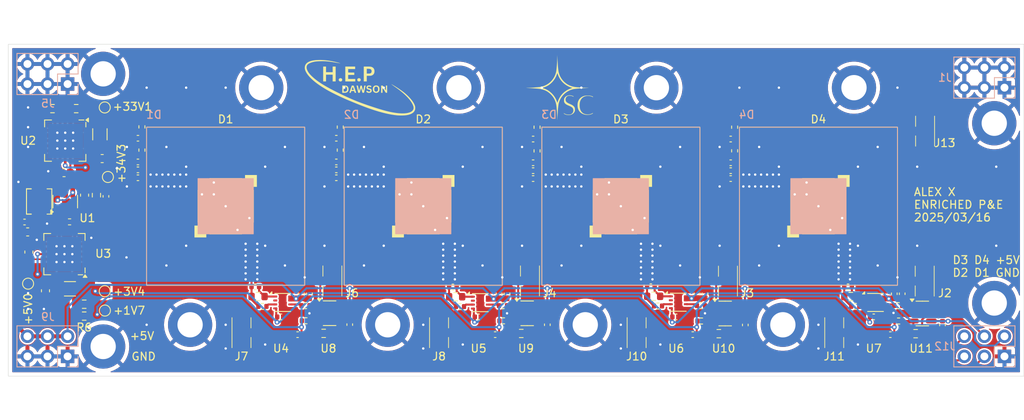
<source format=kicad_pcb>
(kicad_pcb (version 20240108) (generator "pcbnew") (generator_version "8.0")
  (title_block (title "Scintillating Chamber: SIPM Trigger Board") (date "2025-03-12") (rev "4") (comment 3 "Dawson Enriched Pure & Applied") (comment 4 "Alex Xia"))
  (layers (0 "F.Cu" signal) (31 "B.Cu" signal) (34 "B.Paste" user) (35 "F.Paste" user) (36 "B.SilkS" user "B.Silkscreen") (37 "F.SilkS" user "F.Silkscreen") (38 "B.Mask" user) (39 "F.Mask" user) (44 "Edge.Cuts" user))
  (net 0 "")
  (net 1 "Net-(U1-FB)")
  (net 2 "+34.3V")
  (net 3 "GND")
  (net 4 "Net-(U2-NR)")
  (net 5 "+33.1V")
  (net 6 "+5V")
  (net 7 "Net-(U3-NR)")
  (net 8 "Net-(D1-K)")
  (net 9 "Net-(C13-Pad1)")
  (net 10 "Net-(D2-K)")
  (net 11 "Net-(D3-K)")
  (net 12 "Net-(D4-K)")
  (net 13 "Net-(U4-FB)")
  (net 14 "/amplifiers/IN1")
  (net 15 "Net-(U6-FB)")
  (net 16 "/amplifiers/IN2")
  (net 17 "/amplifiers/IN3")
  (net 18 "/amplifiers/IN4")
  (net 19 "/amplifiers/DOUT2")
  (net 20 "/amplifiers/DOUT1")
  (net 21 "/amplifiers/DOUT4")
  (net 22 "/amplifiers/DOUT3")
  (net 23 "/amplifiers/AOUT4")
  (net 24 "/amplifiers/AOUT3")
  (net 25 "/amplifiers/AOUT2")
  (net 26 "/amplifiers/AOUT1")
  (net 27 "Net-(U1-SW)")
  (net 28 "Net-(U2-SENSE{slash}FB)")
  (net 29 "Net-(R25-Pad1)")
  (net 30 "Net-(U9-+)")
  (net 31 "Net-(U11-+)")
  (net 45 "+1.7V")
  (net 48 "+3.4V")
  (net 49 "Net-(U4--)")
  (net 50 "Net-(U6--)")
  (net 52 "Net-(C11-Pad1)")
  (net 53 "Net-(C12-Pad1)")
  (net 54 "Net-(C14-Pad1)")
  (net 55 "Net-(U5-FB)")
  (net 56 "Net-(U7-FB)")
  (net 57 "Net-(U5--)")
  (net 58 "Net-(U7--)")
  (net 59 "Net-(R23-Pad1)")
  (net 60 "Net-(R24-Pad1)")
  (net 61 "Net-(R26-Pad1)")
  (net 62 "Net-(U8-+)")
  (net 63 "Net-(U10-+)")
  (footprint "Capacitor_SMD:C_0402_1005Metric" (layer "F.Cu") (at 114 95.4 180)
    (property "Reference" "C20" (hide yes))
    (property "Value" "10n")
  )
  (footprint "MountingHole:MountingHole_3.2mm_M3_DIN965_Pad" (layer "F.Cu") (at 145.5 115)
    (property "Reference" "H6" (hide yes))
    (property "Value" "M3")
  )
  (footprint "Resistor_SMD:R_0402_1005Metric" (layer "F.Cu") (at 110.1 112.575)
    (property "Reference" "R23" (hide yes))
    (property "Value" "0")
  )
  (footprint "Resistor_SMD:R_0402_1005Metric" (layer "F.Cu") (at 114.5 89.99 -90)
    (property "Reference" "R8" (hide yes))
    (property "Value" "49.9R")
  )
  (footprint "Capacitor_SMD:C_0402_1005Metric" (layer "F.Cu") (at 190.7 115.025 -90)
    (property "Reference" "C44" (hide yes))
    (property "Value" "0.1u")
  )
  (footprint "Resistor_SMD:R_0402_1005Metric" (layer "F.Cu") (at 139.4 90 -90)
    (property "Reference" "R9" (hide yes))
    (property "Value" "49.9R")
  )
  (footprint "lqh3npn:L_Murata_LQH3NPN_3.0x3.0mm" (layer "F.Cu") (at 76.4 99.4 90)
    (property "Reference" "L1" (hide yes))
    (property "Value" "22u")
  )
  (footprint "Resistor_SMD:R_0603_1608Metric" (layer "F.Cu") (at 81.0875 87.65 180)
    (property "Reference" "R3" (hide yes))
    (property "Value" "226k 0.1%")
  )
  (footprint "connectors:BWIPX-1-001E" (layer "F.Cu") (at 127 116 -90)
    (property "Reference" "J8")
    (property "Value" "Conn_Coaxial_Small")
  )
  (footprint "Resistor_SMD:R_0402_1005Metric" (layer "F.Cu") (at 110.15 114.4875 180)
    (property "Reference" "R27" (hide yes))
    (property "Value" "49.9R")
  )
  (footprint "Resistor_SMD:R_0402_1005Metric" (layer "F.Cu") (at 114.5 92.9 -90)
    (property "Reference" "R12" (hide yes))
    (property "Value" "49.9R")
  )
  (footprint "Resistor_SMD:R_0402_1005Metric" (layer "F.Cu") (at 139.4 93 -90)
    (property "Reference" "R13" (hide yes))
    (property "Value" "49.9R")
  )
  (footprint "Capacitor_SMD:C_0603_1608Metric" (layer "F.Cu") (at 74.95 103.25)
    (property "Reference" "C3" (hide yes))
    (property "Value" "1u")
  )
  (footprint "Capacitor_SMD:C_0402_1005Metric" (layer "F.Cu") (at 138.9 95.5 180)
    (property "Reference" "C21" (hide yes))
    (property "Value" "10n")
  )
  (footprint "Resistor_SMD:R_0603_1608Metric" (layer "F.Cu") (at 104.1 111.425)
    (property "Reference" "R19" (hide yes))
    (property "Value" "226k 0.1%")
  )
  (footprint "Resistor_SMD:R_0402_1005Metric" (layer "F.Cu") (at 179.66 112.675)
    (property "Reference" "R18" (hide yes))
    (property "Value" "20R")
  )
  (footprint "Package_TO_SOT_SMD:SOT-23-6" (layer "F.Cu") (at 163.2 113.575)
    (property "Reference" "U10")
    (property "Value" "TLV3501AIDBV")
  )
  (footprint "Capacitor_SMD:C_0402_1005Metric" (layer "F.Cu") (at 163.9 91.5 180)
    (property "Reference" "C14" (hide yes))
    (property "Value" "10n")
  )
  (footprint "sipm:MICROFC-60035-SMT-TR" (layer "F.Cu") (at 150 100 180)
    (property "Reference" "D3")
    (property "Value" "MICROFC-60035-SMT-TR SIPM")
  )
  (footprint "Capacitor_SMD:C_0402_1005Metric" (layer "F.Cu") (at 135.6 111.08 90)
    (property "Reference" "C45" (hide yes))
    (property "Value" "2.2u")
  )
  (footprint "Capacitor_SMD:C_0402_1005Metric" (layer "F.Cu") (at 153.8 110.175)
    (property "Reference" "C29" (hide yes))
    (property "Value" "3p")
  )
  (footprint "Capacitor_SMD:C_0402_1005Metric" (layer "F.Cu") (at 84.85 98.75 90)
    (property "Reference" "C1" (hide yes))
    (property "Value" "22p")
  )
  (footprint "Resistor_SMD:R_0603_1608Metric" (layer "F.Cu") (at 82.1 113.9 180)
    (property "Reference" "R6")
    (property "Value" "10k 0.1%")
  )
  (footprint "TestPoint:TestPoint_Pad_D1.0mm" (layer "F.Cu") (at 75 109.8)
    (property "Reference" "+5V0")
    (property "Value" "TestPoint")
  )
  (footprint "Capacitor_SMD:C_0402_1005Metric" (layer "F.Cu") (at 88.9 95.4 180)
    (property "Reference" "C19" (hide yes))
    (property "Value" "10n")
  )
  (footprint "Capacitor_SMD:C_0603_1608Metric" (layer "F.Cu") (at 75.1 105.8 90)
    (property "Reference" "C9" (hide yes))
    (property "Value" "1u")
  )
  (footprint "Capacitor_SMD:C_0402_1005Metric" (layer "F.Cu") (at 134.1 116.25 180)
    (property "Reference" "C47" (hide yes))
    (property "Value" "10n")
  )
  (footprint "Capacitor_SMD:C_1206_3216Metric" (layer "F.Cu") (at 84.0875 90.9 -90)
    (property "Reference" "C7" (hide yes))
    (property "Value" "10u")
  )
  (footprint "Resistor_SMD:R_0603_1608Metric" (layer "F.Cu") (at 179.1 111.425)
    (property "Reference" "R22" (hide yes))
    (property "Value" "226k 0.1%")
  )
  (footprint "connectors:BWIPX-1-001E" (layer "F.Cu") (at 152 116 -90)
    (property "Reference" "J10")
    (property "Value" "Conn_Coaxial_Small")
  )
  (footprint "Resistor_SMD:R_0603_1608Metric" (layer "F.Cu") (at 78.0875 87.65 180)
    (property "Reference" "R4" (hide yes))
    (property "Value" "10k 0.1%")
  )
  (footprint "Capacitor_SMD:C_0402_1005Metric" (layer "F.Cu") (at 115.7 114.98 -90)
    (property "Reference" "C33" (hide yes))
    (property "Value" "0.1u")
  )
  (footprint "Capacitor_SMD:C_0402_1005Metric" (layer "F.Cu") (at 107 114)
    (property "Reference" "C39" (hide yes))
    (property "Value" "10n")
  )
  (footprint "Resistor_SMD:R_0402_1005Metric" (layer "F.Cu") (at 80.25 101.975)
    (property "Reference" "R1" (hide yes))
    (property "Value" "12k 0.1%")
  )
  (footprint "Capacitor_SMD:C_0402_1005Metric" (layer "F.Cu") (at 160.65 111.075 90)
    (property "Reference" "C36" (hide yes))
    (property "Value" "2.2u")
  )
  (footprint "TestPoint:TestPoint_Pad_D1.0mm" (layer "F.Cu") (at 84.7 87.5)
    (property "Reference" "+33V1")
    (property "Value" "TestPoint")
  )
  (footprint "Capacitor_SMD:C_0402_1005Metric" (layer "F.Cu") (at 140.7 115 -90)
    (property "Reference" "C43" (hide yes))
    (property "Value" "0.1u")
  )
  (footprint "Package_DFN_QFN:Texas_RGW0020A_VQFN-20-1EP_5x5mm_P0.65mm_EP3.15x3.15mm_ThermalVias" (layer "F.Cu") (at 79.6 106.0625 180)
    (property "Reference" "U3")
    (property "Value" "TPS7A4701")
  )
  (footprint "Capacitor_SMD:C_0603_1608Metric" (layer "F.Cu") (at 82.15 98.6 -90)
    (property "Reference" "C4" (hide yes))
    (property "Value" "1u")
  )
  (footprint "Capacitor_SMD:C_0402_1005Metric" (layer "F.Cu") (at 110.6 111.075 90)
    (property "Reference" "C35" (hide yes))
    (property "Value" "2.2u")
  )
  (footprint "TestPoint:TestPoint_Pad_D1.0mm" (layer "F.Cu") (at 84.7 110.75)
    (property "Reference" "+3V4")
    (property "Value" "TestPoint")
  )
  (footprint "Capacitor_SMD:C_0402_1005Metric" (layer "F.Cu") (at 157 114)
    (property "Reference" "C40" (hide yes))
    (property "Value" "10n")
  )
  (footprint "Capacitor_SMD:C_0402_1005Metric" (layer "F.Cu") (at 103.75 110.2)
    (property "Reference" "C27" (hide yes))
    (property "Value" "3p")
  )
  (footprint "Capacitor_SMD:C_0603_1608Metric" (layer "F.Cu") (at 77.2 110.7 -90)
    (property "Reference" "C8" (hide yes))
    (property "Value" "1u")
  )
  (footprint "Capacitor_SMD:C_0402_1005Metric" (layer "F.Cu") (at 184.1 116.25 180)
    (property "Reference" "C48" (hide yes))
    (property "Value" "10n")
  )
  (footprint "MountingHole:MountingHole_3.2mm_M3_DIN965_Pad" (layer "F.Cu") (at 197.25 112.25)
    (property "Reference" "H12" (hide yes))
    (property "Value" "M3")
  )
  (footprint "Capacitor_SMD:C_0402_1005Metric" (layer "F.Cu") (at 132 114)
    (property "Reference" "C49" (hide yes))
    (property "Value" "10n")
  )
  (footprint "Capacitor_SMD:C_0402_1005Metric" (layer "F.Cu") (at 185.6 111.075 90)
    (property "Reference" "C46" (hide yes))
    (property "Value" "2.2u")
  )
  (footprint "Resistor_SMD:R_0603_1608Metric" (layer "F.Cu") (at 137.4 116.1)
    (property "Reference" "R32" (hide yes))
    (property "Value" "10k 0.1%")
  )
  (footprint "Capacitor_SMD:C_0402_1005Metric" (layer "F.Cu") (at 178.75 110.2)
    (property "Reference" "C30" (hide yes))
    (property "Value" "3p")
  )
  (footprint "Capacitor_SMD:C_0402_1005Metric" (layer "F.Cu") (at 165.75 115.025 -90)
    (property "Reference" "C34" (hide yes))
    (property "Value" "0.1u")
  )
  (footprint "MountingHole:MountingHole_3.2mm_M3_DIN965_Pad" (layer "F.Cu") (at 120.5 115)
    (property "Reference" "H4" (hide yes))
    (property "Value" "M3")
  )
  (footprint "Resistor_SMD:R_0402_1005Metric" (layer "F.Cu") (at 154.7 112.625)
    (property "Reference" "R17" (hide yes))
    (property "Value" "20R")
  )
  (footprint "connectors:BWIPX-1-001E" (layer "F.Cu") (at 113.5 109.45 90)
    (property "Reference" "J6")
    (property "Value" "Conn_Coaxial_Small")
  )
  (footprint "Package_SON:WSON-8-1EP_2x2mm_P0.5mm_EP0.9x1.6mm" (layer "F.Cu") (at 107.225 112.175)
    (property "Reference" "U4")
    (property "Value" "OPA858xDSG")
  )
  (footprint "Capacitor_SMD:C_0402_1005Metric" (layer "F.Cu") (at 109.6 111.075 90)
    (property "Reference" "C31" (hide yes))
    (property "Value" "0.1u")
  )
  (footprint "Capacitor_SMD:C_0402_1005Metric" (layer "F.Cu") (at 163.9 96.5 180)
    (property "Reference" "C26" (hide yes))
    (property "Value" "10n")
  )
  (footprint "Resistor_SMD:R_0402_1005Metric" (layer "F.Cu") (at 160.14 112.575)
    (property "Reference" "R25" (hide yes))
    (property "Value" "0")
  )
  (footprint "Capacitor_SMD:C_0402_1005Metric" (layer "F.Cu") (at 134.6 111.08 90)
    (property "Reference" "C41" (hide yes))
    (property "Value" "0.1u")
  )
  (footprint "connectors:BWIPX-1-001E" (layer "F.Cu") (at 138.5 109.45 90)
    (property "Reference" "J4")
    (property "Value" "Conn_Coaxial_Small")
  )
  (footprint "Resistor_SMD:R_0402_1005Metric" (layer "F.Cu") (at 185.09 112.575)
    (property "Reference" "R26" (hide yes))
    (property "Value" "0")
  )
  (footprint "Capacitor_SMD:C_0402_1005Metric" (layer "F.Cu") (at 138.9 94.5 180)
    (property "Reference" "C17" (hide yes))
    (property "Value" "10n")
  )
  (footprint "Resistor_SMD:R_0603_1608Metric" (layer "F.Cu") (at 129.1 111.45)
    (property "Reference" "R20" (hide yes))
    (property "Value" "226k 0.1%")
  )
  (footprint "Capacitor_SMD:C_0402_1005Metric" (layer "F.Cu") (at 159.1 116.25 180)
    (property "Reference" "C38" (hide yes))
    (property "Value" "10n")
  )
  (footprint "connectors:BWIPX-1-001E" (layer "F.Cu") (at 177 116 -90)
    (property "Reference" "J11")
    (property "Value" "Conn_Coaxial_Small")
  )
  (footprint "Resistor_SMD:R_0603_1608Metric" (layer "F.Cu") (at 162.4 116.125)
    (property "Reference" "R33" (hide yes))
    (property "Value" "10k 0.1%")
  )
  (footprint "Capacitor_SMD:C_0402_1005Metric" (layer "F.Cu") (at 163.9 94.5 180)
    (property "Reference" "C18" (hide yes))
    (property "Value" "10n")
  )
  (footprint "connectors:BWIPX-1-001E" (layer "F.Cu") (at 163.55 109.475 90)
    (property "Reference" "J3")
    (property "Value" "Conn_Coaxial_Small")
  )
  (footprint "Package_TO_SOT_SMD:SOT-23-6" (layer "F.Cu") (at 113.15 113.5375)
    (property "Reference" "U8")
    (property "Value" "TLV3501AIDBV")
  )
  (footprint "Resistor_SMD:R_0603_1608Metric" (layer "F.Cu") (at 187.3 116.125)
    (property "Reference" "R34" (hide yes))
    (property "Value" "10k 0.1%")
  )
  (footprint "Resistor_SMD:R_0402_1005Metric" (layer "F.Cu") (at 135.09 112.58)
    (property "Reference" "R24" (hide yes))
    (property "Value" "0")
  )
  (footprint "sipm:MICROFC-60035-SMT-TR" (layer "F.Cu") (at 100 100 180)
    (property "Reference" "D1")
    (property "Value" "MICROFC-60035-SMT-TR SIPM")
  )
  (footprint "Capacitor_SMD:C_0402_1005Metric" (layer "F.Cu") (at 128.75 110.225)
    (property "Reference" "C28" (hide yes))
    (property "Value" "3p")
  )
  (footprint "Package_SON:WSON-8-1EP_2x2mm_P0.5mm_EP0.9x1.6mm" (layer "F.Cu") (at 182.225 112.175)
    (property "Reference" "U7")
    (property "Value" "OPA858xDSG")
  )
  (footprint "TestPoint:TestPoint_Pad_D1.0mm" (layer "F.Cu") (at 84.72 113.2)
    (property "Reference" "+1V7")
    (property "Value" "TestPoint")
  )
  (footprint "Package_TO_SOT_SMD:SOT-23-6" (layer "F.Cu") (at 188.15 113.575)
    (property "Reference" "U11")
    (property "Value" "TLV3501AIDBV")
  )
  (footprint "Resistor_SMD:R_0402_1005Metric" (layer "F.Cu") (at 89.4 92.9 -90)
    (property "Reference" "R11" (hide yes))
    (property "Value" "49.9R")
  )
  (footprint "Capacitor_SMD:C_0402_1005Metric" (layer "F.Cu") (at 109.1 116.25 180)
    (property "Reference" "C37" (hide yes))
    (property "Value" "10n")
  )
  (footprint "MountingHole:MountingHole_3.2mm_M3_DIN965_Pad" (layer "F.Cu") (at 197.25 89.5)
    (property "Reference" "H11" (hide yes))
    (property "Value" "M3")
  )
  (footprint "Capacitor_SMD:C_0402_1005Metric" (layer "F.Cu") (at 114 94.4 180)
    (property "Reference" "C16" (hide yes))
    (property "Value" "10n")
  )
  (footprint "MountingHole:MountingHole_3.2mm_M3_DIN965_Pad" (layer "F.Cu") (at 84.5 117.75)
    (property "Reference" "H10" (hide yes))
    (property "Value" "M3")
  )
  (footprint "Resistor_SMD:R_0402_1005Metric" (layer "F.Cu") (at 160.2 114.525 180)
    (property "Reference" "R29" (hide yes))
    (property "Value" "49.9R")
  )
  (footprint "Capacitor_SMD:C_0402_1005Metric" (layer "F.Cu") (at 114 96.4 180)
    (property "Reference" "C24" (hide yes))
    (property "Value" "10n")
  )
  (footprint "MountingHole:MountingHole_3.2mm_M3_DIN965_Pad" (layer "F.Cu") (at 179.5 85)
    (property "Reference" "H7" (hide yes))
    (property "Value" "M3")
  )
  (footprint "Resistor_SMD:R_0402_1005Metric" (layer "F.Cu") (at 129.65 112.7)
    (property "Reference" "R16" (hide yes))
    (property "Value" "20R")
  )
  (footprint "Capacitor_SMD:C_0402_1005Metric" (layer "F.Cu") (at 138.9 91.5 180)
    (property "Reference" "C13" (hide yes))
    (property "Value" "10n")
  )
  (footprint "MountingHole:MountingHole_3.2mm_M3_DIN965_Pad" (layer "F.Cu") (at 129.5 85)
    (property "Reference" "H3" (hide yes))
    (property "Value" "M3")
  )
  (footprint "Capacitor_SMD:C_0402_1005Metric" (layer "F.Cu") (at 88.9 94.4 180)
    (property "Reference" "C15" (hide yes))
    (property "Value" "10n")
  )
  (footprint "Resistor_SMD:R_0603_1608Metric" (layer "F.Cu") (at 112.4 116.0875)
    (property "Reference" "R31" (hide yes))
    (property "Value" "10k 0.1%")
  )
  (footprint "sipm:MICROFC-60035-SMT-TR" (layer "F.Cu") (at 175 100 180)
    (property "Reference" "D4")
    (property "Value" "MICROFC-60035-SMT-TR SIPM")
  )
  (footprint "Capacitor_SMD:C_0402_1005Metric" (layer "F.Cu") (at 163.9 95.5 180)
    (property "Reference" "C22" (hide yes))
    (property "Value" "10n")
  )
  (footprint "Capacitor_SMD:C_0402_1005Metric" (layer "F.Cu") (at 182 114)
    (property "Reference" "C50" (hide yes))
    (property "Value" "10n")
  )
  (footprint "Resistor_SMD:R_0402_1005Metric" (layer "F.Cu") (at 135.15 114.5 180)
    (property "Reference" "R28" (hide yes))
    (property "Value" "49.9R")
  )
  (footprint "Package_SON:WSON-8-1EP_2x2mm_P0.5mm_EP0.9x1.6mm" (layer "F.Cu") (at 132.225 112.2)
    (property "Reference" "U5")
    (property "Value" "OPA858xDSG")
  )
  (footprint "sipm:MICROFC-60035-SMT-TR" (layer "F.Cu") (at 125 100 180)
    (property "Reference" "D2")
    (property "Value" "MICROFC-60035-SMT-TR SIPM")
  )
  (footprint "Resistor_SMD:R_0402_1005Metric" (layer "F.Cu") (at 164.4 90 -90)
    (property "Reference" "R10" (hide yes))
    (property "Value" "49.9R")
  )
  (footprint "Capacitor_SMD:C_0402_1005Metric" (layer "F.Cu") (at 88.9 91.4 180)
    (property "Reference" "C11" (hide yes))
    (property "Value" "10n")
  )
  (footprint "Capacitor_SMD:C_0603_1608Metric" (layer "F.Cu") (at 84.375 93.975)
    (property "Reference" "C5" (hide yes))
    (property "Value" "1u")
  )
  (footprint "Capacitor_SMD:C_0402_1005Metric" (layer "F.Cu") (at 114 91.4 180)
    (property "Reference" "C12" (hide yes))
    (property "Value" "10n")
  )
  (footprint "Resistor_SMD:R_0603_1608Metric" (layer "F.Cu") (at 82.1 112.4)
    (property "Reference" "R5" (hide yes))
    (property "Value" "10k 0.1%")
  )
  (footprint "Resistor_SMD:R_0402_1005Metric" (layer "F.Cu") (at 89.4 89.96 -90)
    (property "Reference" "R7" (hide yes))
    (property "Value" "49.9R")
  )
  (footprint "MountingHole:MountingHole_3.2mm_M3_DIN965_Pad" (layer "F.Cu") (at 170.5 115)
    (property "Reference" "H8" (hide yes))
    (property "Value" "M3")
  )
  (footprint "Capacitor_SMD:C_0402_1005Metric" (layer "F.Cu") (at 88.9 96.4 180)
    (property "Reference" "C23" (hide yes))
    (property "Value" "10n")
  )
  (footprint "Capacitor_SMD:C_1206_3216Metric" (layer "F.Cu") (at 80.3 110.45 180)
    (property "Reference" "C10" (hide yes))
    (property "Value" "10u")
  )
  (footprint "MountingHole:MountingHole_3.2mm_M3_DIN965_Pad" (layer "F.Cu") (at 84.5 83.25)
    (property "Reference" "H9" (hide yes))
    (property "Value" "M3")
  )
  (footprint "Capacitor_SMD:C_0402_1005Metric" (layer "F.Cu") (at 138.9 96.5 180)
    (property "Reference" "C25" (hide yes))
    (property "Value" "10n")
  )
  (footprint "logos:sc" (layer "F.Cu") (at 142 85)
    (property "Reference" "G***" (hide yes))
    (property "Value" "LOGO" (hide yes))
  )
  (footprint "Capacitor_SMD:C_0402_1005Metric" (layer "F.Cu") (at 74.55 102)
    (property "Reference" "C2" (hide yes))
    (property "Value" "0.1u")
  )
  (footprint "Package_SON:WSON-8-1EP_2x2mm_P0.5mm_EP0.9x1.6mm" (layer "F.Cu") (at 157.275 112.15)
    (property "Reference" "U6")
    (property "Value" "OPA858xDSG")
  )
  (footprint "Resistor_SMD:R_0402_1005Metric" (layer "F.Cu") (at 104.65 112.675)
    (property "Reference" "R15" (hide yes))
    (property "Value" "20R")
  )
  (footprint "Capacitor_SMD:C_0402_1005Metric" (layer "F.Cu") (at 159.65 111.075 90)
    (property "Reference" "C32" (hide yes))
    (property "Value" "0.1u")
  )
  (footprint "Resistor_SMD:R_0402_1005Metric" (layer "F.Cu") (at 185.15 114.525 180)
    (property "Reference" "R30" (hide yes))
    (property "Value" "49.9R")
  )
  (footprint "Package_TO_SOT_SMD:TSOT-23-6" (layer "F.Cu") (at 79.7 99.4125 90)
    (property "Reference" "U1")
    (property "Value" "LT3461A")
  )
  (footprint "Resistor_SMD:R_0603_1608Metric" (layer "F.Cu") (at 154.15 111.4)
    (property "Reference" "R21" (hide yes))
    (property "Value" "226k 0.1%")
  )
  (footprint "MountingHole:MountingHole_3.2mm_M3_DIN965_Pad" (layer "F.Cu") (at 154.5 85)
    (property "Reference" "H5" (hide yes))
    (property "Value" "M3")
  )
  (footprint "Package_TO_SOT_SMD:SOT-23-6" (layer "F.Cu") (at 138.15 113.55)
    (property "Reference" "U9")
    (property "Value" "TLV3501AIDBV")
  )
  (footprint "Resistor_SMD:R_0402_1005Metric" (layer "F.Cu") (at 164.4 92.99 -90)
    (property "Reference" "R14" (hide yes))
    (property "Value" "49.9R")
  )
  (footprint "Capacitor_SMD:C_0603_1608Metric" (layer "F.Cu") (at 79.55 95.75 180)
    (property "Reference" "C6" (hide yes))
    (property "Value" "1u")
  )
  (footprint "logos:hep_14mm" (layer "F.Cu") (at 117 85)
    (property "Reference" "G***" (hide yes))
    (property "Value" "LOGO" (hide yes))
  )
  (footprint "Capacitor_SMD:C_0402_1005Metric" (layer "F.Cu") (at 184.6 111.075 90)
    (property "Reference" "C42" (hide yes))
    (property "Value" "0.1u")
  )
  (footprint "connectors:BWIPX-1-001E" (layer "F.Cu") (at 102 116 -90)
    (property "Reference" "J7")
    (property "Value" "Conn_Coaxial_Small")
  )
  (footprint "TestPoint:TestPoint_Pad_D1.0mm" (layer "F.Cu") (at 85.1 96.3 90)
    (property "Reference" "+34V3")
    (property "Value" "TestPoint")
  )
  (footprint "MountingHole:MountingHole_3.2mm_M3_DIN965_Pad" (layer "F.Cu") (at 95.5 115)
    (property "Reference" "H2" (hide yes))
    (property "Value" "M3")
  )
  (footprint "connectors:BWIPX-1-001E" (layer "F.Cu") (at 188.45 109.475 90)
    (property "Reference" "J2")
    (property "Value" "Conn_Coaxial_Small")
  )
  (footprint "Package_DFN_QFN:Texas_RGW0020A_VQFN-20-1EP_5x5mm_P0.65mm_EP3.15x3.15mm_ThermalVias" (layer "F.Cu") (at 79.7 91.7 -90)
    (property "Reference" "U2")
    (property "Value" "TPS7A4701")
  )
  (footprint "Resistor_SMD:R_0603_1608Metric" (layer "F.Cu") (at 83.65 98.6 90)
    (property "Reference" "R2" (hide yes))
    (property "Value" "316k 0.1%")
  )
  (footprint "MountingHole:MountingHole_3.2mm_M3_DIN965_Pad" (layer "F.Cu") (at 104.5 85)
    (property "Reference" "H1" (hide yes))
    (property "Value" "M3")
  )
  (footprint "connectors:BWIPX-1-001E" (layer "F.Cu") (at 188.5 90.5 90)
    (property "Reference" "J13")
    (property "Value" "Conn_Coaxial_Small")
  )
  (footprint "connectors:PinHeader_2x03_P2.54mm_Vertical" (layer "B.Cu") (at 80 84.54 90)
    (property "Reference" "J5")
    (property "Value" "Conn_02x03_Top_Bottom")
  )
  (footprint "connectors:PinHeader_2x03_P2.54mm_Vertical" (layer "B.Cu") (at 198.54 119 90)
    (property "Reference" "J12")
    (property "Value" "Conn_02x03_Top_Bottom")
  )
  (footprint "connectors:PinHeader_2x03_P2.54mm_Vertical" (layer "B.Cu") (at 198.54 85 90)
    (property "Reference" "J1")
    (property "Value" "Conn_02x03_Top_Bottom")
  )
  (footprint "connectors:PinHeader_2x03_P2.54mm_Vertical" (layer "B.Cu") (at 80 119 90)
    (property "Reference" "J9")
    (property "Value" "Conn_02x03_Top_Bottom")
  )
  (gr_rect (start 90 90) (end 110 110) (stroke (width 0.1)) (fill none) (layer "B.SilkS"))
  (gr_rect (start 146.5 96.5) (end 153.5 103.5) (stroke (width 0.1)) (fill solid) (layer "B.SilkS"))
  (gr_rect (start 140 90) (end 160 110) (stroke (width 0.1)) (fill none) (layer "B.SilkS"))
  (gr_rect (start 96.5 96.5) (end 103.5 103.5) (stroke (width 0.1)) (fill solid) (layer "B.SilkS"))
  (gr_rect (start 115 90) (end 135 110) (stroke (width 0.1)) (fill none) (layer "B.SilkS"))
  (gr_rect (start 171.5 96.5) (end 178.5 103.5) (stroke (width 0.1)) (fill solid) (layer "B.SilkS"))
  (gr_rect (start 121.5 96.5) (end 128.5 103.5) (stroke (width 0.1)) (fill solid) (layer "B.SilkS"))
  (gr_rect (start 165 90) (end 185 110) (stroke (width 0.1)) (fill none) (layer "B.SilkS"))
  (gr_rect (start 165 90) (end 185 110) (stroke (width 0.1)) (fill none) (layer "F.SilkS"))
  (gr_rect (start 115 90) (end 135 110) (stroke (width 0.1)) (fill none) (layer "F.SilkS"))
  (gr_rect (start 90 90) (end 110 110) (stroke (width 0.1)) (fill none) (layer "F.SilkS"))
  (gr_rect (start 140 90) (end 160 110) (stroke (width 0.1)) (fill none) (layer "F.SilkS"))
  (gr_rect (start 72.5 79.5) (end 201 121.5) (stroke (width 0.05)) (fill none) (layer "Edge.Cuts"))
  (gr_text "D4" (at 167 89 0) (layer "B.SilkS") (effects (font (size 1 1)) (justify left bottom mirror)))
  (gr_text "D3" (at 142 89 0) (layer "B.SilkS") (effects (font (size 1 1)) (justify left bottom mirror)))
  (gr_text "D2" (at 117 89 0) (layer "B.SilkS") (effects (font (size 1 1)) (justify left bottom mirror)))
  (gr_text "D1" (at 92 89 0) (layer "B.SilkS") (effects (font (size 1 1)) (justify left bottom mirror)))
  (gr_text "GND" (at 88 119.6 0) (layer "F.SilkS") (effects (font (size 1 1)) (justify left bottom)))
  (gr_text "D3 D4 +5V\nD2 D1 GND" (at 191.9 109 0) (layer "F.SilkS") (effects (font (size 1 1)) (justify left bottom)))
  (gr_text "ALEX X\nENRICHED P&E\n2025/03/16" (at 187 102 -0) (layer "F.SilkS") (effects (font (size 1 1)) (justify left bottom)))
  (gr_text "+5V" (at 87.8 117 0) (layer "F.SilkS") (effects (font (size 1 1)) (justify left bottom)))
  (segment (start 79.7 94.0625) (end 79.7 94.85) (width 0.254) (layer "F.Cu") (net 2))
  (via (at 82.25 95.1) (size 0.6) (drill 0.3) (layers "F.Cu" "B.Cu") (net 2))
  (via (at 79.7 94.85) (size 0.6) (drill 0.3) (layers "F.Cu" "B.Cu") (net 2))
  (segment (start 79.7 94.85) (end 79.95 95.1) (width 0.254) (layer "B.Cu") (net 2))
  (segment (start 79.95 95.1) (end 82.25 95.1) (width 0.254) (layer "B.Cu") (net 2))
  (segment (start 80.95 106.7125) (end 80.6 107.0625) (width 0.254) (layer "F.Cu") (net 3))
  (segment (start 81.9375 99.5875) (end 82.15 99.375) (width 0.2) (layer "F.Cu") (net 3))
  (segment (start 79.7 100.196948) (end 79.7 100.55) (width 0.2) (layer "F.Cu") (net 3))
  (via (at 135.6 113.55) (size 0.6) (drill 0.3) (layers "F.Cu" "B.Cu") (net 3))
  (via (at 92 97.5) (size 0.6) (drill 0.3) (layers "F.Cu" "B.Cu") (net 3))
  (via (at 129 107.75) (size 0.6) (drill 0.3) (layers "F.Cu" "B.Cu") (net 3))
  (via (at 94.25 96) (size 0.6) (drill 0.3) (layers "F.Cu" "B.Cu") (net 3))
  (via (at 95 95) (size 0.6) (drill 0.3) (layers "F.Cu" "B.Cu") (net 3))
  (via (at 137.5 105) (size 0.6) (drill 0.3) (layers "F.Cu" "B.Cu") (net 3))
  (via (at 117 96) (size 0.6) (drill 0.3) (layers "F.Cu" "B.Cu") (net 3))
  (via (at 170 105) (size 0.6) (drill 0.3) (layers "F.Cu" "B.Cu") (net 3))
  (via (at 170 96) (size 0.6) (drill 0.3) (layers "F.Cu" "B.Cu") (net 3))
  (via (at 112.5 97.5) (size 0.6) (drill 0.3) (layers "F.Cu" "B.Cu") (net 3))
  (via (at 167 96) (size 0.6) (drill 0.3) (layers "F.Cu" "B.Cu") (net 3))
  (via (at 132.5 107.5) (size 0.6) (drill 0.3) (layers "F.Cu" "B.Cu") (net 3))
  (via (at 118.5 96) (size 0.6) (drill 0.3) (layers "F.Cu" "B.Cu") (net 3))
  (via (at 152.55 107.75) (size 0.6) (drill 0.3) (layers "F.Cu" "B.Cu") (net 3))
  (via (at 141.25 97.5) (size 0.6) (drill 0.3) (layers "F.Cu" "B.Cu") (net 3))
  (via (at 172 98.5) (size 0.6) (drill 0.3) (layers "F.Cu" "B.Cu") (net 3))
  (via (at 102.525 107.75) (size 0.6) (drill 0.3) (layers "F.Cu" "B.Cu") (net 3))
  (via (at 168.5 96) (size 0.6) (drill 0.3) (layers "F.Cu" "B.Cu") (net 3))
  (via (at 92 96) (size 0.6) (drill 0.3) (layers "F.Cu" "B.Cu") (net 3))
  (via (at 166.25 97.5) (size 0.6) (drill 0.3) (layers "F.Cu" "B.Cu") (net 3))
  (via (at 143.5 97.5) (size 0.6) (drill 0.3) (layers "F.Cu" "B.Cu") (net 3))
  (via (at 107.5 107.5) (size 0.6) (drill 0.3) (layers "F.Cu" "B.Cu") (net 3))
  (via (at 98.5 97) (size 0.6) (drill 0.3) (layers "F.Cu" "B.Cu") (net 3))
  (via (at 94.25 97.5) (size 0.6) (drill 0.3) (layers "F.Cu" "B.Cu") (net 3))
  (via (at 165.5 96) (size 0.6) (drill 0.3) (layers "F.Cu" "B.Cu") (net 3))
  (via (at 129 104.75) (size 0.6) (drill 0.3) (layers "F.Cu" "B.Cu") (net 3))
  (via (at 160.65 113.55) (size 0.6) (drill 0.3) (layers "F.Cu" "B.Cu") (net 3))
  (via (at 140.5 96) (size 0.6) (drill 0.3) (layers "F.Cu" "B.Cu") (net 3))
  (via (at 116.25 96) (size 0.6) (drill 0.3) (layers "F.Cu" "B.Cu") (net 3))
  (via (at 179 108.5) (size 0.6) (drill 0.3) (layers "F.Cu" "B.Cu") (net 3))
  (via (at 162.5 92.5) (size 0.6) (drill 0.3) (layers "F.Cu" "B.Cu") (net 3))
  (via (at 125 118) (size 0.6) (drill 0.3) (layers "F.Cu" "B.Cu") (net 3))
  (via (at 152.55 108.5) (size 0.6) (drill 0.3) (layers "F.Cu" "B.Cu") (net 3))
  (via (at 127.525 105.5) (size 0.6) (drill 0.3) (layers "F.Cu" "B.Cu") (net 3))
  (via (at 197.5 95) (size 0.6) (drill 0.3) (layers "F.Cu" "B.Cu") (net 3))
  (via (at 152.55 106.25) (size 0.6) (drill 0.3) (layers "F.Cu" "B.Cu") (net 3))
  (via (at 179 105.5) (size 0.6) (drill 0.3) (layers "F.Cu" "B.Cu") (net 3))
  (via (at 127.525 107.75) (size 0.6) (drill 0.3) (layers "F.Cu" "B.Cu") (net 3))
  (via (at 176.5 103) (size 0.6) (drill 0.3) (layers "F.Cu" "B.Cu") (net 3))
  (via (at 137.5 97.5) (size 0.6) (drill 0.3) (layers "F.Cu" "B.Cu") (net 3))
  (via (at 128 101.5) (size 0.6) (drill 0.3) (layers "F.Cu" "B.Cu") (net 3))
  (via (at 154 107) (size 0.6) (drill 0.3) (layers "F.Cu" "B.Cu") (net 3))
  (via (at 90.5 96) (size 0.6) (drill 0.3) (layers "F.Cu" "B.Cu") (net 3))
  (via (at 115 85) (size 0.6) (drill 0.3) (layers "F.Cu" "B.Cu") (net 3))
  (via (at 155 105) (size 0.6) (drill 0.3) (layers "F.Cu" "B.Cu") (net 3))
  (via (at 101.5 103) (size 0.6) (drill 0.3) (layers "F.Cu" "B.Cu") (net 3))
  (via (at 117 97.5) (size 0.6) (drill 0.3) (layers "F.Cu" "B.Cu") (net 3))
  (via (at 182.5 92.5) (size 0.6) (drill 0.3) (layers "F.Cu" "B.Cu") (net 3))
  (via (at 173.5 97) (size 0.6) (drill 0.3) (layers "F.Cu" "B.Cu") (net 3))
  (via (at 140 85) (size 0.6) (drill 0.3) (layers "F.Cu" "B.Cu") (net 3))
  (via (at 97 98.5) (size 0.6) (drill 0.3) (layers "F.Cu" "B.Cu") (net 3))
  (via (at 117.5 107.5) (size 0.6) (drill 0.3) (layers "F.Cu" "B.Cu") (net 3))
  (via (at 177.55 108.5) (size 0.6) (drill 0.3) (layers "F.Cu" "B.Cu") (net 3))
  (via (at 100 118) (size 0.6) (drill 0.3) (layers "F.Cu" "B.Cu") (net 3))
  (via (at 145 97.5) (size 0.6) (drill 0.3) (layers "F.Cu" "B.Cu") (net 3))
  (via (at 95 96) (size 0.6) (drill 0.3) (layers "F.Cu" "B.Cu") (net 3))
  (via (at 162.5 105) (size 0.6) (drill 0.3) (layers "F.Cu" "B.Cu") (net 3))
  (via (at 127.525 107) (size 0.6) (drill 0.3) (layers "F.Cu" "B.Cu") (net 3))
  (via (at 157.5 107.5) (size 0.6) (drill 0.3) (layers "F.Cu" "B.Cu") (net 3))
  (via (at 130 95) (size 0.6) (drill 0.3) (layers "F.Cu" "B.Cu") (net 3))
  (via (at 137.5 92.5) (size 0.6) (drill 0.3) (layers "F.Cu" "B.Cu") (net 3))
  (via (at 105 117.5) (size 0.6) (drill 0.3) (layers "F.Cu" "B.Cu") (net 3))
  (via (at 167.75 97.5) (size 0.6) (drill 0.3) (layers "F.Cu" "B.Cu") (net 3))
  (via (at 129 106.25) (size 0.6) (drill 0.3) (layers "F.Cu" "B.Cu") (net 3))
  (via (at 180 117.5) (size 0.6) (drill 0.3) (layers "F.Cu" "B.Cu") (net 3))
  (via (at 152.55 104.75) (size 0.6) (drill 0.3) (layers "F.Cu" "B.Cu") (net 3))
  (via (at 154 107.75) (size 0.6) (drill 0.3) (layers "F.Cu" "B.Cu") (net 3))
  (via (at 120 97.5) (size 0.6) (drill 0.3) (layers "F.Cu" "B.Cu") (net 3))
  (via (at 127.525 104.75) (size 0.6) (drill 0.3) (layers "F.Cu" "B.Cu") (net 3))
  (via (at 148.5 98.5) (size 0.6) (drill 0.3) (layers "F.Cu" "B.Cu") (net 3))
  (via (at 167.5 92.5) (size 0.6) (drill 0.3) (layers "F.Cu" "B.Cu") (net 3))
  (via (at 123.5 98.5) (size 0.6) (drill 0.3) (layers "F.Cu" "B.Cu") (net 3))
  (via (at 154 105.5) (size 0.6) (drill 0.3) (layers "F.Cu" "B.Cu") (net 3))
  (via (at 129 105.5) (size 0.6) (drill 0.3) (layers "F.Cu" "B.Cu") (net 3))
  (via (at 107.5 92.5) (size 0.6) (drill 0.3) (layers "F.Cu" "B.Cu") (net 3))
  (via (at 169.25 97.5) (size 0.6) (drill 0.3) (layers "F.Cu" "B.Cu") (net 3))
  (via (at 167 97.5) (size 0.6) (drill 0.3) (layers "F.Cu" "B.Cu") (net 3))
  (via (at 100 100) (size 0.6) (drill 0.3) (layers "F.Cu" "B.Cu") (net 3))
  (via (at 142.5 107.5) (size 0.6) (drill 0.3) (layers "F.Cu" "B.Cu") (net 3))
  (via (at 152.55 107) (size 0.6) (drill 0.3) (layers "F.Cu" "B.Cu") (net 3))
  (via (at 87.45 106.475) (size 0.6) (drill 0.3) (layers "F.Cu" "B.Cu") (net 3))
  (via (at 120 95) (size 0.6) (drill 0.3) (layers "F.Cu" "B.Cu") (net 3))
  (via (at 177.55 105.5) (size 0.6) (drill 0.3) (layers "F.Cu" "B.Cu") (net 3))
  (via (at 116.25 97.5) (size 0.6) (drill 0.3) (layers "F.Cu" "B.Cu") (net 3))
  (via (at 179 109.25) (size 0.6) (drill 0.3) (layers "F.Cu" "B.Cu") (net 3))
  (via (at 102.525 105.5) (size 0.6) (drill 0.3) (layers "F.Cu" "B.Cu") (net 3))
  (via (at 185 85) (size 0.6) (drill 0.3) (layers "F.Cu" "B.Cu") (net 3))
  (via (at 179 106.25) (size 0.6) (drill 0.3) (layers "F.Cu" "B.Cu") (net 3))
  (via (at 185 109) (size 0.6) (drill 0.3) (layers "F.Cu" "B.Cu") (net 3))
  (via (at 92.75 97.5) (size 0.6) (drill 0.3) (layers "F.Cu" "B.Cu") (net 3))
  (via (at 175 100) (size 0.6) (drill 0.3) (layers "F.Cu" "B.Cu") (net 3))
  (via (at 129 108.5) (size 0.6) (drill 0.3) (layers "F.Cu" "B.Cu") (net 3))
  (via (at 123.5 97) (size 0.6) (drill 0.3) (layers "F.Cu" "B.Cu") (net 3))
  (via (at 167.75 96) (size 0.6) (drill 0.3) (layers "F.Cu" "B.Cu") (net 3))
  (via (at 142 97.5) (size 0.6) (drill 0.3) (layers "F.Cu" "B.Cu") (net 3))
  (via (at 110.6 113.55) (size 0.6) (drill 0.3) (layers "F.Cu" "B.Cu") (net 3))
  (via (at 120 85) (size 0.6) (drill 0.3) (layers "F.Cu" "B.Cu") (net 3))
  (via (at 105 95) (size 0.6) (drill 0.3) (layers "F.Cu" "B.Cu") (net 3))
  (via (at 155 95) (size 0.6) (drill 0.3) (layers "F.Cu" "B.Cu") (net 3))
  (via (at 177.55 107.75) (size 0.6) (drill 0.3) (layers "F.Cu" "B.Cu") (net 3))
  (via (at 187.5 105) (size 0.6) (drill 0.3) (layers "F.Cu" "B.Cu") (net 3))
  (via (at 95 97.5) (size 0.6) (drill 0.3) (layers "F.Cu" "B.Cu") (net 3))
  (via (at 112.5 92.5) (size 0.6) (drill 0.3) (layers "F.Cu" "B.Cu") (net 3))
  (via (at 102.525 108.5) (size 0.6) (drill 0.3) (layers "F.Cu" "B.Cu") (net 3))
  (via (at 129 109.25) (size 0.6) (drill 0.3) (layers "F.Cu" "B.Cu") (net 3))
  (via (at 104 104.75) (size 0.6) (drill 0.3) (layers "F.Cu" "B.Cu") (net 3))
  (via (at 87.5 92.5) (size 0.6) (drill 0.3) (layers "F.Cu" "B.Cu") (net 3))
  (via (at 170 95) (size 0.6) (drill 0.3) (layers "F.Cu" "B.Cu") (net 3))
  (via (at 104 106.25) (size 0.6) (drill 0.3) (layers "F.Cu" "B.Cu") (net 3))
  (via (at 140.5 97.5) (size 0.6) (drill 0.3) (layers "F.Cu" "B.Cu") (net 3))
  (via (at 175 118) (size 0.6) (drill 0.3) (layers "F.Cu" "B.Cu") (net 3))
  (via (at 130 105) (size 0.6) (drill 0.3) (layers "F.Cu" "B.Cu") (net 3))
  (via (at 86.225 95.2) (size 0.6) (drill 0.3) (layers "F.Cu" "B.Cu") (net 3))
  (via (at 117.75 97.5) (size 0.6) (drill 0.3) (layers "F.Cu" "B.Cu") (net 3))
  (via (at 93.5 97.5) (size 0.6) (drill 0.3) (layers "F.Cu" "B.Cu") (net 3))
  (via (at 91.25 96) (size 0.6) (drill 0.3) (layers "F.Cu" "B.Cu") (net 3))
  (via (at 112.5 105) (size 0.6) (drill 0.3) (layers "F.Cu" "B.Cu") (net 3))
  (via (at 154 108.5) (size 0.6) (drill 0.3) (layers "F.Cu" "B.Cu") (net 3))
  (via (at 154 106.25) (size 0.6) (drill 0.3) (layers "F.Cu" "B.Cu") (net 3))
  (via (at 83 104) (size 0.6) (drill 0.3) (layers "F.Cu" "B.Cu") (net 3))
  (via (at 87.5 97.5) (size 0.6) (drill 0.3) (layers "F.Cu" "B.Cu") (net 3))
  (via (at 115.5 96) (size 0.6) (drill 0.3) (layers "F.Cu" "B.Cu") (net 3))
  (via (at 92.75 96) (size 0.6) (drill 0.3) (layers "F.Cu" "B.Cu") (net 3))
  (via (at 143.5 96) (size 0.6) (drill 0.3) (layers "F.Cu" "B.Cu") (net 3))
  (via (at 166.25 96) (size 0.6) (drill 0.3) (layers "F.Cu" "B.Cu") (net 3))
  (via (at 142.75 97.5) (size 0.6) (drill 0.3) (layers "F.Cu" "B.Cu") (net 3))
  (via (at 177.55 107) (size 0.6) (drill 0.3) (layers "F.Cu" "B.Cu") (net 3))
  (via (at 75 90) (size 0.6) (drill 0.3) (layers "F.Cu" "B.Cu") (net 3))
  (via (at 151.5 103) (size 0.6) (drill 0.3) (layers "F.Cu" "B.Cu") (net 3))
  (via (at 90 115) (size 0.6) (drill 0.3) (layers "F.Cu" "B.Cu") (net 3))
  (via (at 150 118) (size 0.6) (drill 0.3) (layers "F.Cu" "B.Cu") (net 3))
  (via (at 145 105) (size 0.6) (drill 0.3) (layers "F.Cu" "B.Cu") (net 3))
  (via (at 170 85) (size 0.6) (drill 0.3) (layers "F.Cu" "B.Cu") (net 3))
  (via (at 179 107.75) (size 0.6) (drill 0.3) (layers "F.Cu" "B.Cu") (net 3))
  (via (at 98.5 98.5) (size 0.6) (drill 0.3) (layers "F.Cu" "B.Cu") (net 3))
  (via (at 154 109.25) (size 0.6) (drill 0.3) (layers "F.Cu" "B.Cu") (net 3))
  (via (at 126.5 103) (size 0.6) (drill 0.3) (layers "F.Cu" "B.Cu") (net 3))
  (via (at 152.55 105.5) (size 0.6) (drill 0.3) (layers "F.Cu" "B.Cu") (net 3))
  (via (at 125 100) (size 0.6) (drill 0.3) (layers "F.Cu" "B.Cu") (net 3))
  (via (at 179 104.75) (size 0.6) (drill 0.3) (layers "F.Cu" "B.Cu") (net 3))
  (via (at 142 96) (size 0.6) (drill 0.3) (layers "F.Cu" "B.Cu") (net 3))
  (via (at 115.5 97.5) (size 0.6) (drill 0.3) (layers "F.Cu" "B.Cu") (net 3))
  (via (at 152.55 109.25) (size 0.6) (drill 0.3) (layers "F.Cu" "B.Cu") (net 3))
  (via (at 77 113) (size 0.6) (drill 0.3) (layers "F.Cu" "B.Cu") (net 3))
  (via (at 104 105.5) (size 0.6) (drill 0.3) (layers "F.Cu" "B.Cu") (net 3))
  (via (at 103 101.5) (size 0.6) (drill 0.3) (layers "F.Cu" "B.Cu") (net 3))
  (via (at 177.55 104.75) (size 0.6) (drill 0.3) (layers "F.Cu" "B.Cu") (net 3))
  (via (at 197.5 105) (size 0.6) (drill 0.3) (layers "F.Cu" "B.Cu") (net 3))
  (via (at 127.525 109.25) (size 0.6) (drill 0.3) (layers "F.Cu" "B.Cu") (net 3))
  (via (at 100 85) (size 0.6) (drill 0.3) (layers "F.Cu" "B.Cu") (net 3))
  (via (at 118.5 97.5) (size 0.6) (drill 0.3) (layers "F.Cu" "B.Cu") (net 3))
  (via (at 102.525 104.75) (size 0.6) (drill 0.3) (layers "F.Cu" "B.Cu") (net 3))
  (via (at 90.5 97.5) (size 0.6) (drill 0.3) (layers "F.Cu" "B.Cu") (net 3))
  (via (at 168.5 97.5) (size 0.6) (drill 0.3) (layers "F.Cu" "B.Cu") (net 3))
  (via (at 130 117.5) (size 0.6) (drill 0.3) (layers "F.Cu" "B.Cu") (net 3))
  (via (at 160 109) (size 0.6) (drill 0.3) (layers "F.Cu" "B.Cu") (net 3))
  (via (at 104 109.25) (size 0.6) (drill 0.3) (layers "F.Cu" "B.Cu") (net 3))
  (via (at 117.75 96) (size 0.6) (drill 0.3) (layers "F.Cu" "B.Cu") (net 3))
  (via (at 75 87.5) (size 0.6) (drill 0.3) (layers "F.Cu" "B.Cu") (net 3))
  (via (at 184.5 113.5) (size 0.6) (drill 0.3) (layers "F.Cu" "B.Cu") (net 3))
  (via (at 165 85) (size 0.6) (drill 0.3) (layers "F.Cu" "B.Cu") (net 3))
  (via (at 145 96) (size 0.6) (drill 0.3) (layers "F.Cu" "B.Cu") (net 3))
  (via (at 180 95) (size 0.6) (drill 0.3) (layers "F.Cu" "B.Cu") (net 3))
  (via (at 135 109) (size 0.6) (drill 0.3) (layers "F.Cu" "B.Cu") (net 3))
  (via (at 175 115) (size 0.6) (drill 0.3) (layers "F.Cu" "B.Cu") (net 3))
  (via (at 75 111) (size 0.6) (drill 0.3) (layers "F.Cu" "B.Cu") (net 3))
  (via (at 177.55 109.25) (size 0.6) (drill 0.3) (layers "F.Cu" "B.Cu") (net 3))
  (via (at 144.25 97.5) (size 0.6) (drill 0.3) (layers "F.Cu" "B.Cu") (net 3))
  (via (at 153 101.5) (size 0.6) (drill 0.3) (layers "F.Cu" "B.Cu") (net 3))
  (via (at 145 85) (size 0.6) (drill 0.3) (layers "F.Cu" "B.Cu") (net 3))
  (via (at 102.525 109.25) (size 0.6) (drill 0.3) (layers "F.Cu" "B.Cu") (net 3))
  (via (at 169.25 96) (size 0.6) (drill 0.3) (layers "F.Cu" "B.Cu") (net 3))
  (via (at 73.775 96.925) (size 0.6) (drill 0.3) (layers "F.Cu" "B.Cu") (net 3))
  (via (at 182.5 107.5) (size 0.6) (drill 0.3) (layers "F.Cu" "B.Cu") (net 3))
  (via (at 105 105) (size 0.6) (drill 0.3) (layers "F.Cu" "B.Cu") (net 3))
  (via (at 122 98.5) (size 0.6) (drill 0.3) (layers "F.Cu" "B.Cu") (net 3))
  (via (at 129 107) (size 0.6) (drill 0.3) (layers "F.Cu" "B.Cu") (net 3))
  (via (at 90 85) (size 0.6) (drill 0.3) (layers "F.Cu" "B.Cu") (net 3))
  (via (at 100 115) (size 0.6) (drill 0.3) (layers "F.Cu" "B.Cu") (net 3))
  (via (at 178 101.5) (size 0.6) (drill 0.3) (layers "F.Cu" "B.Cu") (net 3))
  (via (at 102.525 106.25) (size 0.6) (drill 0.3) (layers "F.Cu" "B.Cu") (net 3))
  (via (at 187.5 95) (size 0.6) (drill 0.3) (layers "F.Cu" "B.Cu") (net 3))
  (via (at 104 107.75) (size 0.6) (drill 0.3) (layers "F.Cu" "B.Cu") (net 3))
  (via (at 95 85) (size 0.6) (drill 0.3) (layers "F.Cu" "B.Cu") (net 3))
  (via (at 165.5 97.5) (size 0.6) (drill 0.3) (layers "F.Cu" "B.Cu") (net 3))
  (via (at 170 97.5) (size 0.6) (drill 0.3) (layers "F.Cu" "B.Cu") (net 3))
  (via (at 179 107) (size 0.6) (drill 0.3) (layers "F.Cu" "B.Cu") (net 3))
  (via (at 104 108.5) (size 0.6) (drill 0.3) (layers "F.Cu" "B.Cu") (net 3))
  (via (at 92.5 107.5) (size 0.6) (drill 0.3) (layers "F.Cu" "B.Cu") (net 3))
  (via (at 147 98.5) (size 0.6) (drill 0.3) (layers "F.Cu" "B.Cu") (net 3))
  (via (at 75 113) (size 0.6) (drill 0.3) (layers "F.Cu" "B.Cu") (net 3))
  (via (at 162.5 97.5) (size 0.6) (drill 0.3) (layers "F.Cu" "B.Cu") (net 3))
  (via (at 91.25 97.5) (size 0.6) (drill 0.3) (layers "F.Cu" "B.Cu") (net 3))
  (via (at 157.5 92.5) (size 0.6) (drill 0.3) (layers "F.Cu" "B.Cu") (net 3))
  (via (at 148.5 97) (size 0.6) (drill 0.3) (layers "F.Cu" "B.Cu") (net 3))
  (via (at 144.25 96) (size 0.6) (drill 0.3) (layers "F.Cu" "B.Cu") (net 3))
  (via (at 92.5 92.5) (size 0.6) (drill 0.3) (layers "F.Cu" "B.Cu") (net 3))
  (via (at 110 109) (size 0.6) (drill 0.3) (layers "F.Cu" "B.Cu") (net 3))
  (via (at 145 95) (size 0.6) (drill 0.3) (layers "F.Cu" "B.Cu") (net 3))
  (via (at 102.525 107) (size 0.6) (drill 0.3) (layers "F.Cu" "B.Cu") (net 3))
  (via (at 119.25 97.5) (size 0.6) (drill 0.3) (layers "F.Cu" "B.Cu") (net 3))
  (via (at 95 105) (size 0.6) (drill 0.3) (layers "F.Cu" "B.Cu") (net 3))
  (via (at 167.5 107.5) (size 0.6) (drill 0.3) (layers "F.Cu" "B.Cu") (net 3))
  (via (at 142.75 96) (size 0.6) (drill 0.3) (layers "F.Cu" "B.Cu") (net 3))
  (via (at 127.525 106.25) (size 0.6) (drill 0.3) (layers "F.Cu" "B.Cu") (net 3))
  (via (at 76.1 104.25) (size 0.6) (drill 0.3) (layers "F.Cu" "B.Cu") (net 3))
  (via (at 120 105) (size 0.6) (drill 0.3) (layers "F.Cu" "B.Cu") (net 3))
  (via (at 75 92.5) (size 0.6) (drill 0.3) (layers "F.Cu" "B.Cu") (net 3))
  (via (at 154 104.75) (size 0.6) (drill 0.3) (layers "F.Cu" "B.Cu") (net 3))
  (via (at 117.5 92.5) (size 0.6) (drill 0.3) (layers "F.Cu" "B.Cu") (net 3))
  (via (at 155 117.5) (size 0.6) (drill 0.3) (layers "F.Cu" "B.Cu") (net 3))
  (via (at 125 115) (size 0.6) (drill 0.3) (layers "F.Cu" "B.Cu") (net 3))
  (via (at 127.525 108.5) (size 0.6) (drill 0.3) (layers "F.Cu" "B.Cu") (net 3))
  (via (at 180 105) (size 0.6) (drill 0.3) (layers "F.Cu" "B.Cu") (net 3))
  (via (at 150 115) (size 0.6) (drill 0.3) (layers "F.Cu" "B.Cu") (net 3))
  (via (at 77.4 102.2) (size 0.6) (drill 0.3) (layers "F.Cu" "B.Cu") (net 3))
  (via (at 104 107) (size 0.6) (drill 0.3) (layers "F.Cu" "B.Cu") (net 3))
  (via (at 120 96) (size 0.6) (drill 0.3) (layers "F.Cu" "B.Cu") (net 3))
  (via (at 173.5 98.5) (size 0.6) (drill 0.3) (layers "F.Cu" "B.Cu") (net 3))
  (via (at 132.5 92.5) (size 0.6) (drill 0.3) (layers "F.Cu" "B.Cu") (net 3))
  (via (at 93.5 96) (size 0.6) (drill 0.3) (layers "F.Cu" "B.Cu") (net 3))
  (via (at 177.55 106.25) (size 0.6) (drill 0.3) (layers "F.Cu" "B.Cu") (net 3))
  (via (at 150 100) (size 0.6) (drill 0.3) (layers "F.Cu" "B.Cu") (net 3))
  (via (at 119.25 96) (size 0.6) (drill 0.3) (layers "F.Cu" "B.Cu") (net 3))
  (via (at 142.5 92.5) (size 0.6) (drill 0.3) (layers "F.Cu" "B.Cu") (net 3))
  (via (at 141.25 96) (size 0.6) (drill 0.3) (layers "F.Cu" "B.Cu") (net 3))
  (via (at 77.55 95.575) (size 0.6) (drill 0.3) (layers "F.Cu" "B.Cu") (net 3))
  (segment (start 80.35 94.0625) (end 80.35 95.73) (width 0.254) (layer "F.Cu") (net 4))
  (segment (start 80.35 95.73) (end 80.18 95.9) (width 0.254) (layer "F.Cu") (net 4))
  (segment (start 185.965 89.49) (end 186.975 90.5) (width 0.254) (layer "F.Cu") (net 5))
  (segment (start 164.4 89.49) (end 185.965 89.49) (width 0.254) (layer "F.Cu") (net 5))
  (segment (start 84.1125 89.45) (end 84.0875 89.425) (width 0.254) (layer "F.Cu") (net 5))
  (segment (start 89.58 89.48) (end 114.5 89.48) (width 0.254) (layer "F.Cu") (net 5))
  (segment (start 139.4 89.49) (end 164.4 89.49) (width 0.254) (layer "F.Cu") (net 5))
  (segment (start 139.39 89.48) (end 139.4 89.49) (width 0.254) (layer "F.Cu") (net 5))
  (segment (start 89.55 89.45) (end 89.58 89.48) (width 0.254) (layer "F.Cu") (net 5))
  (segment (start 89.4 89.45) (end 88 89.45) (width 0.254) (layer "F.Cu") (net 5))
  (segment (start 88 89.45) (end 84.1125 89.45) (width 0.254) (layer "F.Cu") (net 5))
  (segment (start 114.5 89.48) (end 139.39 89.48) (width 0.254) (layer "F.Cu") (net 5))
  (segment (start 89.4 89.45) (end 89.55 89.45) (width 0.254) (layer "F.Cu") (net 5))
  (segment (start 165.73 114.525) (end 165.75 114.545) (width 0.254) (layer "F.Cu") (net 6))
  (segment (start 140.68 114.5) (end 140.7 114.52) (width 0.254) (layer "F.Cu") (net 6))
  (segment (start 165.7 114.495) (end 165.7 110.392) (width 0.254) (layer "F.Cu") (net 6))
  (segment (start 74.07 115.61) (end 74.92 116.46) (width 0.508) (layer "F.Cu") (net 6))
  (segment (start 76.2125 106.0625) (end 76.2 106.05) (width 0.254) (layer "F.Cu") (net 6))
  (segment (start 74.92 116.46) (end 80 116.46) (width 0.508) (layer "F.Cu") (net 6))
  (segment (start 76.4 98.3) (end 75.45 98.3) (width 0.508) (layer "F.Cu") (net 6))
  (segment (start 140.7 114.52) (end 140.7 110.373) (width 0.254) (layer "F.Cu") (net 6))
  (segment (start 115.7 114.5) (end 115.7 110.373) (width 0.254) (layer "F.Cu") (net 6))
  (segment (start 165.75 114.545) (end 165.7 114.495) (width 0.254) (layer "F.Cu") (net 6))
  (segment (start 74.07 107.75) (end 75.5 107.75) (width 0.508) (layer "F.Cu") (net 6))
  (segment (start 190.68 114.525) (end 190.7 114.545) (width 0.254) (layer "F.Cu") (net 6))
  (segment (start 164.3375 114.525) (end 165.73 114.525) (width 0.254) (layer "F.Cu") (net 6))
  (segment (start 190.7 114.545) (end 191.4 114.545) (width 0.254) (layer "F.Cu") (net 6))
  (segment (start 139.2875 114.5) (end 140.68 114.5) (width 0.254) (layer "F.Cu") (net 6))
  (segment (start 74.07 99.68) (end 74.07 107.75) (width 0.508) (layer "F.Cu") (net 6))
  (segment (start 74.07 107.75) (end 74.07 115.61) (width 0.508) (layer "F.Cu") (net 6))
  (segment (start 189.2875 114.525) (end 190.68 114.525) (width 0.254) (layer "F.Cu") (net 6))
  (segment (start 77.2375 106.0625) (end 76.2125 106.0625) (width 0.254) (layer "F.Cu") (net 6))
  (segment (start 75.45 98.3) (end 74.07 99.68) (width 0.508) (layer "F.Cu") (net 6))
  (segment (start 115.6875 114.4875) (end 115.7 114.5) (width 0.254) (layer "F.Cu") (net 6))
  (segment (start 78.75 98.275) (end 78.75 99.225) (width 0.254) (layer "F.Cu") (net 6))
  (segment (start 114.2875 114.4875) (end 115.6875 114.4875) (width 0.254) (layer "F.Cu") (net 6))
  (via (at 78.75 99.225) (size 0.6) (drill 0.3) (layers "F.Cu" "B.Cu") (net 6))
  (via (at 158.95 111.675) (size 0.6) (drill 0.3) (layers "F.Cu" "B.Cu") (net 6))
  (via (at 115.7 110.373) (size 0.6) (drill 0.3) (layers "F.Cu" "B.Cu") (net 6))
  (via (at 76.2 108.6) (size 0.6) (drill 0.3) (layers "F.Cu" "B.Cu") (net 6))
  (via (at 140.7 110.373) (size 0.6) (drill 0.3) (layers "F.Cu" "B.Cu") (net 6))
  (via (at 165.7 110.392) (size 0.6) (drill 0.3) (layers "F.Cu" "B.Cu") (net 6))
  (via (at 191.4 114.545) (size 0.6) (drill 0.3) (layers "F.Cu" "B.Cu") (net 6))
  (via (at 80.65 98.275) (size 0.6) (drill 0.3) (layers "F.Cu" "B.Cu") (net 6))
  (via (at 76.2 106.05) (size 0.6) (drill 0.3) (layers "F.Cu" "B.Cu") (net 6))
  (via (at 133.9 111.725) (size 0.6) (drill 0.3) (layers "F.Cu" "B.Cu") (net 6))
  (via (at 183.9 111.7) (size 0.6) (drill 0.3) (layers "F.Cu" "B.Cu") (net 6))
  (via (at 108.9 111.7) (size 0.6) (drill 0.3) (layers "F.Cu" "B.Cu") (net 6))
  (segment (start 197.363 117.637) (end 198.54 116.46) (width 0.254) (layer "B.Cu") (net 6))
  (segment (start 135.252 110.373) (end 133.9 111.725) (width 0.254) (layer "B.Cu") (net 6))
  (segment (start 110.227 110.373) (end 108.9 111.7) (width 0.254) (layer "B.Cu") (net 6))
  (segment (start 132.548 110.373) (end 115.7 110.373) (width 0.254) (layer "B.Cu") (net 6))
  (segment (start 107.15 109.95) (end 82.85 109.95) (width 0.254) (layer "B.Cu") (net 6))
  (segment (start 191.4 114.545) (end 193.39553 114.545) (width 0.254) (layer "B.Cu") (net 6))
  (segment (start 182.592 110.392) (end 165.7 110.392) (width 0.254) (layer "B.Cu") (net 6))
  (segment (start 193.39553 114.545) (end 194.823 115.97247) (width 0.254) (layer "B.Cu") (net 6))
  (segment (start 186.745 114.545) (end 183.9 111.7) (width 0.254) (layer "B.Cu") (net 6))
  (segment (start 108.9 111.7) (end 107.15 109.95) (width 0.254) (layer "B.Cu") (net 6))
  (segment (start 194.823 115.97247) (end 194.823 116.94753) (width 0.254) (layer "B.Cu") (net 6))
  (segment (start 76.2 106.05) (end 76.2 108.6) (width 0.254) (layer "B.Cu") (net 6))
  (segment (start 79.7 99.225) (end 80.65 98.275) (width 0.2) (layer "B.Cu") (net 6))
  (segment (start 82.85 109.95) (end 80 112.8) (width 0.254) (layer "B.Cu") (net 6))
  (segment (start 140.7 110.373) (end 135.252 110.373) (width 0.254) (layer "B.Cu") (net 6))
  (segment (start 133.9 111.725) (end 132.548 110.373) (width 0.254) (layer "B.Cu") (net 6))
  (segment (start 158.95 111.675) (end 157.648 110.373) (width 0.254) (layer "B.Cu") (net 6))
  (segment (start 157.648 110.373) (end 140.7 110.373) (width 0.254) (layer "B.Cu") (net 6))
  (segment (start 183.9 111.7) (end 182.592 110.392) (width 0.254) (layer "B.Cu") (net 6))
  (segment (start 80 112.8) (end 80 116.46) (width 0.254) (layer "B.Cu") (net 6))
  (segment (start 195.51247 117.637) (end 197.363 117.637) (width 0.254) (layer "B.Cu") (net 6))
  (segment (start 194.823 116.94753) (end 195.51247 117.637) (width 0.254) (layer "B.Cu") (net 6))
  (segment (start 160.233 110.392) (end 158.95 111.675) (width 0.254) (layer "B.Cu") (net 6))
  (segment (start 165.7 110.392) (end 160.233 110.392) (width 0.254) (layer "B.Cu") (net 6))
  (segment (start 78.75 99.225) (end 79.7 99.225) (width 0.2) (layer "B.Cu") (net 6))
  (segment (start 191.4 114.545) (end 186.745 114.545) (width 0.254) (layer "B.Cu") (net 6))
  (segment (start 115.7 110.373) (end 110.227 110.373) (width 0.254) (layer "B.Cu") (net 6))
  (segment (start 108.925 111.725) (end 108.9 111.7) (width 0.254) (layer "B.Cu") (net 6))
  (segment (start 75.2375 106.7125) (end 75.1 106.575) (width 0.2) (layer "F.Cu") (net 7))
  (segment (start 77.2375 106.7125) (end 75.2375 106.7125) (width 0.2) (layer "F.Cu") (net 7))
  (segment (start 89.4 94.38) (end 89.38 94.4) (width 0.254) (layer "F.Cu") (net 8))
  (segment (start 96.8 96.8) (end 96.6 97) (width 0.254) (layer "F.Cu") (net 8))
  (segment (start 89.4 93.41) (end 89.4 94.38) (width 0.254) (layer "F.Cu") (net 8))
  (segment (start 89.38 96.4) (end 89.38 95.4) (width 0.254) (layer "F.Cu") (net 8))
  (segment (start 96.8 96.8) (end 89.78 96.8) (width 0.254) (layer "F.Cu") (net 8))
  (segment (start 89.78 96.8) (end 89.38 96.4) (width 0.254) (layer "F.Cu") (net 8))
  (segment (start 89.38 94.4) (end 89.38 95.4) (width 0.254) (layer "F.Cu") (net 8))
  (segment (start 139.4 91.48) (end 139.38 91.5) (width 0.254) (layer "F.Cu") (net 9))
  (segment (start 139.4 92.49) (end 139.4 91.52) (width 0.254) (layer "F.Cu") (net 9))
  (segment (start 139.4 90.51) (end 139.4 91.48) (width 0.254) (layer "F.Cu") (net 9))
  (segment (start 139.4 91.52) (end 139.38 91.5) (width 0.254) (layer "F.Cu") (net 9))
  (segment (start 114.48 95.4) (end 114.48 94.4) (width 0.254) (layer "F.Cu") (net 10))
  (segment (start 114.5 94.38) (end 114.48 94.4) (width 0.254) (layer "F.Cu") (net 10))
  (segment (start 121.6 97) (end 121.8 96.8) (width 0.254) (layer "F.Cu") (net 10))
  (segment (start 121.8 96.8) (end 114.88 96.8) (width 0.254) (layer "F.Cu") (net 10))
  (segment (start 114.5 93.41) (end 114.5 94.38) (width 0.254) (layer "F.Cu") (net 10))
  (segment (start 114.48 95.4) (end 114.48 96.4) (width 0.254) (layer "F.Cu") (net 10))
  (segment (start 114.88 96.8) (end 114.48 96.4) (width 0.254) (layer "F.Cu") (net 10))
  (segment (start 146.8 96.8) (end 139.68 96.8) (width 0.254) (layer "F.Cu") (net 11))
  (segment (start 139.4 94.48) (end 139.38 94.5) (width 0.254) (layer "F.Cu") (net 11))
  (segment (start 139.38 96.5) (end 139.38 95.5) (width 0.254) (layer "F.Cu") (net 11))
  (segment (start 146.6 97) (end 146.8 96.8) (width 0.254) (layer "F.Cu") (net 11))
  (segment (start 139.38 95.5) (end 139.38 94.5) (width 0.254) (layer "F.Cu") (net 11))
  (segment (start 139.68 96.8) (end 139.38 96.5) (width 0.254) (layer "F.Cu") (net 11))
  (segment (start 139.4 93.51) (end 139.4 94.48) (width 0.254) (layer "F.Cu") (net 11))
  (segment (start 164.68 96.8) (end 164.38 96.5) (width 0.254) (layer "F.Cu") (net 12))
  (segment (start 171.6 97) (end 171.8 96.8) (width 0.254) (layer "F.Cu") (net 12))
  (segment (start 164.38 94.5) (end 164.38 95.5) (width 0.254) (layer "F.Cu") (net 12))
  (segment (start 164.38 94.5) (end 164.38 93.52) (width 0.254) (layer "F.Cu") (net 12))
  (segment (start 164.38 96.5) (end 164.38 95.5) (width 0.254) (layer "F.Cu") (net 12))
  (segment (start 164.38 93.52) (end 164.4 93.5) (width 0.254) (layer "F.Cu") (net 12))
  (segment (start 171.8 96.8) (end 164.68 96.8) (width 0.254) (layer "F.Cu") (net 12))
  (segment (start 106.275 111.425) (end 104.925 111.425) (width 0.254) (layer "F.Cu") (net 13))
  (segment (start 104.23 110.2) (end 104.23 110.73) (width 0.254) (layer "F.Cu") (net 13))
  (segment (start 104.23 110.73) (end 104.925 111.425) (width 0.254) (layer "F.Cu") (net 13))
  (segment (start 103.275 111.425) (end 103.275 111.81) (width 0.254) (layer "F.Cu") (net 14))
  (segment (start 103.27 110.2) (end 103.27 103.27) (width 0.254) (layer "F.Cu") (net 14))
  (segment (start 103.2 103.2) (end 103.088 103.312) (width 0.254) (layer "F.Cu") (net 14))
  (segment (start 103.275 111.425) (end 103.275 110.205) (width 0.254) (layer "F.Cu") (net 14))
  (segment (start 103.27 103.27) (end 103.2 103.2) (width 0.254) (layer "F.Cu") (net 14))
  (segment (start 103.275 110.205) (end 103.27 110.2) (width 0.254) (layer "F.Cu") (net 14))
  (segment (start 103.275 111.81) (end 104.14 112.675) (width 0.254) (layer "F.Cu") (net 14))
  (segment (start 156.325 111.4) (end 154.975 111.4) (width 0.254) (layer "F.Cu") (net 15))
  (segment (start 154.28 110.705) (end 154.975 111.4) (width 0.254) (layer "F.Cu") (net 15))
  (segment (start 154.28 110.175) (end 154.28 110.705) (width 0.254) (layer "F.Cu") (net 15))
  (segment (start 128.27 110.225) (end 128.27 111.445) (width 0.254) (layer "F.Cu") (net 16))
  (segment (start 128.2 103.2) (end 128.088 103.312) (width 0.254) (layer "F.Cu") (net 16))
  (segment (start 128.27 111.445) (end 128.275 111.45) (width 0.254) (layer "F.Cu") (net 16))
  (segment (start 128.275 111.835) (end 129.14 112.7) (width 0.254) (layer "F.Cu") (net 16))
  (segment (start 128.27 103.27) (end 128.2 103.2) (width 0.254) (layer "F.Cu") (net 16))
  (segment (start 128.27 110.225) (end 128.27 103.27) (width 0.254) (layer "F.Cu") (net 16))
  (segment (start 128.275 111.45) (end 128.275 111.835) (width 0.254) (layer "F.Cu") (net 16))
  (segment (start 153.32 103.32) (end 153.2 103.2) (width 0.254) (layer "F.Cu") (net 17))
  (segment (start 153.325 111.4) (end 153.325 111.76) (width 0.254) (layer "F.Cu") (net 17))
  (segment (start 153.325 111.76) (end 154.19 112.625) (width 0.254) (layer "F.Cu") (net 17))
  (segment (start 153.32 110.175) (end 153.32 111.395) (width 0.254) (layer "F.Cu") (net 17))
  (segment (start 153.2 103.2) (end 153.138 103.262) (width 0.254) (layer "F.Cu") (net 17))
  (segment (start 153.32 111.395) (end 153.325 111.4) (width 0.254) (layer "F.Cu") (net 17))
  (segment (start 153.32 110.175) (end 153.32 103.32) (width 0.254) (layer "F.Cu") (net 17))
  (segment (start 178.2 103.2) (end 178.088 103.312) (width 0.254) (layer "F.Cu") (net 18))
  (segment (start 178.275 111.425) (end 178.275 111.8) (width 0.254) (layer "F.Cu") (net 18))
  (segment (start 178.27 110.2) (end 178.27 111.42) (width 0.254) (layer "F.Cu") (net 18))
  (segment (start 178.275 111.8) (end 179.15 112.675) (width 0.254) (layer "F.Cu") (net 18))
  (segment (start 178.27 111.42) (end 178.275 111.425) (width 0.254) (layer "F.Cu") (net 18))
  (segment (start 178.27 103.27) (end 178.2 103.2) (width 0.254) (layer "F.Cu") (net 18))
  (segment (start 178.27 110.2) (end 178.27 103.27) (width 0.254) (layer "F.Cu") (net 18))
  (segment (start 138.225 116.1) (end 137.325 117) (width 0.254) (layer "F.Cu") (net 19))
  (segment (start 130.386712 117) (end 129.386712 116) (width 0.254) (layer "F.Cu") (net 19))
  (segment (start 137.325 117) (end 130.386712 117) (width 0.254) (layer "F.Cu") (net 19))
  (segment (start 138.225 113.950001) (end 138.225 116.1) (width 0.254) (layer "F.Cu") (net 19))
  (segment (start 139.2875 113.55) (end 138.625001 113.55) (width 0.254) (layer "F.Cu") (net 19))
  (segment (start 193.46 119) (end 192.96 119.5) (width 0.254) (layer "F.Cu") (net 19))
  (segment (start 193.46 119) (end 192.96 118.5) (width 0.254) (layer "F.Cu") (net 19))
  (segment (start 138.625001 113.55) (end 138.225 113.950001) (width 0.254) (layer "F.Cu") (net 19))
  (segment (start 129.386712 116) (end 128.525 116) (width 0.254) (layer "F.Cu") (net 19))
  (segment (start 192.96 119.5) (end 141.625 119.5) (width 0.254) (layer "F.Cu") (net 19))
  (segment (start 141.625 119.5) (end 138.225 116.1) (width 0.254) (layer "F.Cu") (net 19))
  (segment (start 117.1375 120) (end 113.225 116.0875) (width 0.254) (layer "F.Cu") (net 20))
  (segment (start 192.2 120.5) (end 191.7 120) (width 0.254) (layer "F.Cu") (net 20))
  (segment (start 114.2875 113.5375) (end 113.625001 113.5375) (width 0.254) (layer "F.Cu") (net 20))
  (segment (start 196 119) (end 194.5 120.5) (width 0.254) (layer "F.Cu") (net 20))
  (segment (start 113.225 116.0875) (end 112.3125 117) (width 0.254) (layer "F.Cu") (net 20))
  (segment (start 113.625001 113.5375) (end 113.225 113.937501) (width 0.254) (layer "F.Cu") (net 20))
  (segment (start 194.5 120.5) (end 192.2 120.5) (width 0.254) (layer "F.Cu") (net 20))
  (segment (start 105.386712 117) (end 104.386712 116) (width 0.254) (layer "F.Cu") (net 20))
  (segment (start 112.3125 117) (end 105.386712 117) (width 0.254) (layer "F.Cu") (net 20))
  (segment (start 104.386712 116) (end 103.525 116) (width 0.254) (layer "F.Cu") (net 20))
  (segment (start 113.225 113.937501) (end 113.225 116.0875) (width 0.254) (layer "F.Cu") (net 20))
  (segment (start 191.7 120) (end 117.1375 120) (width 0.254) (layer "F.Cu") (net 20))
  (segment (start 189.2875 113.575) (end 193.115 113.575) (width 0.254) (layer "F.Cu") (net 21))
  (segment (start 188.125 114.346264) (end 188.125 116.125) (width 0.254) (layer "F.Cu") (net 21))
  (segment (start 180.927 116.927) (end 180 116) (width 0.254) (layer "F.Cu") (net 21))
  (segment (start 188.896264 113.575) (end 188.125 114.346264) (width 0.254) (layer "F.Cu") (net 21))
  (segment (start 188.125 116.125) (end 187.323 116.927) (width 0.254) (layer "F.Cu") (net 21))
  (segment (start 187.323 116.927) (end 180.927 116.927) (width 0.254) (layer "F.Cu") (net 21))
  (segment (start 180 116) (end 178.525 116) (width 0.254) (layer "F.Cu") (net 21))
  (segment (start 189.2875 113.575) (end 188.896264 113.575) (width 0.254) (layer "F.Cu") (net 21))
  (segment (start 193.115 113.575) (end 196 116.46) (width 0.254) (layer "F.Cu") (net 21))
  (segment (start 166.1 119) (end 163.225 116.125) (width 0.254) (layer "F.Cu") (net 22))
  (segment (start 163.225 114.025001) (end 163.225 116.125) (width 0.254) (layer "F.Cu") (net 22))
  (segment (start 163.675001 113.575) (end 163.225 114.025001) (width 0.254) (layer "F.Cu") (net 22))
  (segment (start 155 116) (end 153.525 116) (width 0.254) (layer "F.Cu") (net 22))
  (segment (start 190.92 119) (end 166.1 119) (width 0.254) (layer "F.Cu") (net 22))
  (segment (start 164.3375 113.575) (end 163.675001 113.575) (width 0.254) (layer "F.Cu") (net 22))
  (segment (start 155.927 116.927) (end 155 116) (width 0.254) (layer "F.Cu") (net 22))
  (segment (start 163.225 116.125) (end 162.423 116.927) (width 0.254) (layer "F.Cu") (net 22))
  (segment (start 193.46 116.46) (end 190.92 119) (width 0.254) (layer "F.Cu") (net 22))
  (segment (start 162.423 116.927) (end 155.927 116.927) (width 0.254) (layer "F.Cu") (net 22))
  (segment (start 187.0125 112.625) (end 187.0125 109.5625) (width 0.254) (layer "F.Cu") (net 23))
  (segment (start 186.9625 112.575) (end 187.0125 112.625) (width 0.254) (layer "F.Cu") (net 23))
  (segment (start 185.6 112.575) (end 186.9625 112.575) (width 0.254) (layer "F.Cu") (net 23))
  (segment (start 187.0125 109.5625) (end 186.925 109.475) (width 0.254) (layer "F.Cu") (net 23))
  (segment (start 162.0125 112.575) (end 162.0625 112.625) (width 0.254) (layer "F.Cu") (net 24))
  (segment (start 160.65 112.575) (end 162.0125 112.575) (width 0.254) (layer "F.Cu") (net 24))
  (segment (start 162.0625 112.625) (end 162.0625 109.5125) (width 0.254) (layer "F.Cu") (net 24))
  (segment (start 162.0625 109.5125) (end 162.025 109.475) (width 0.254) (layer "F.Cu") (net 24))
  (segment (start 137.0125 112.6) (end 137.0125 109.4875) (width 0.254) (layer "F.Cu") (net 25))
  (segment (start 137.0125 109.4875) (end 136.975 109.45) (width 0.254) (layer "F.Cu") (net 25))
  (segment (start 136.9925 112.58) (end 137.0125 112.6) (width 0.254) (layer "F.Cu") (net 25))
  (segment (start 135.6 112.58) (end 136.9925 112.58) (width 0.254) (layer "F.Cu") (net 25))
  (segment (start 110.61 112.575) (end 112 112.575) (width 0.254) (layer "F.Cu") (net 26))
  (segment (start 111.975 112.55) (end 112.0125 112.5875) (width 0.254) (layer "F.Cu") (net 26))
  (segment (start 112 112.575) (end 112.0125 112.5875) (width 0.254) (layer "F.Cu") (net 26))
  (segment (start 111.975 109.45) (end 111.975 112.55) (width 0.254) (layer "F.Cu") (net 26))
  (segment (start 159.455 112.4) (end 159.63 112.575) (width 0.254) (layer "F.Cu") (net 29))
  (segment (start 158.35 112.4) (end 159.455 112.4) (width 0.254) (layer "F.Cu") (net 29))
  (segment (start 137.0125 114.5) (end 137.0125 115.6625) (width 0.254) (layer "F.Cu") (net 30))
  (segment (start 137.0125 114.5) (end 135.66 114.5) (width 0.254) (layer "F.Cu") (net 30))
  (segment (start 137.0125 115.6625) (end 136.575 116.1) (width 0.254) (layer "F.Cu") (net 30))
  (segment (start 187.0125 115.5875) (end 186.475 116.125) (width 0.254) (layer "F.Cu") (net 31))
  (segment (start 187.0125 114.525) (end 187.0125 115.5875) (width 0.254) (layer "F.Cu") (net 31))
  (segment (start 187.0125 114.525) (end 185.66 114.525) (width 0.254) (layer "F.Cu") (net 31))
  (segment (start 184.6 115.3) (end 184.6 116.23) (width 0.254) (layer "F.Cu") (net 45))
  (segment (start 134.6 115.3) (end 134.6 116.23) (width 0.254) (layer "F.Cu") (net 45))
  (segment (start 159.6 116.23) (end 159.58 116.25) (width 0.254) (layer "F.Cu") (net 45))
  (segment (start 134.6 116.23) (end 134.58 116.25) (width 0.254) (layer "F.Cu") (net 45))
  (segment (start 184.64 114.525) (end 184.64 115.26) (width 0.254) (layer "F.Cu") (net 45))
  (segment (start 109.64 115.26) (end 109.6 115.3) (width 0.254) (layer "F.Cu") (net 45))
  (segment (start 159.6 115.3) (end 159.6 116.23) (width 0.254) (layer "F.Cu") (net 45))
  (segment (start 109.64 114.4875) (end 109.64 115.26) (width 0.254) (layer "F.Cu") (net 45))
  (segment (start 184.6 116.23) (end 184.58 116.25) (width 0.254) (layer "F.Cu") (net 45))
  (segment (start 159.69 115.21) (end 159.6 115.3) (width 0.254) (layer "F.Cu") (net 45))
  (segment (start 109.6 116.23) (end 109.58 116.25) (width 0.254) (layer "F.Cu") (net 45))
  (segment (start 109.6 115.3) (end 109.6 116.23) (width 0.254) (layer "F.Cu") (net 45))
  (segment (start 159.69 114.525) (end 159.69 115.21) (width 0.254) (layer "F.Cu") (net 45))
  (segment (start 134.64 114.5) (end 134.64 115.26) (width 0.254) (layer "F.Cu") (net 45))
  (segment (start 184.64 115.26) (end 184.6 115.3) (width 0.254) (layer "F.Cu") (net 45))
  (segment (start 134.64 115.26) (end 134.6 115.3) (width 0.254) (layer "F.Cu") (net 45))
  (via (at 134.6 115.3) (size 0.6) (drill 0.3) (layers "F.Cu" "B.Cu") (net 45))
  (via (at 83.75 113.7) (size 0.6) (drill 0.3) (layers "F.Cu" "B.Cu") (net 45))
  (via (at 184.6 115.3) (size 0.6) (drill 0.3) (layers "F.Cu" "B.Cu") (net 45))
  (via (at 109.6 115.3) (size 0.6) (drill 0.3) (layers "F.Cu" "B.Cu") (net 45))
  (via (at 159.6 115.3) (size 0.6) (drill 0.3) (layers "F.Cu" "B.Cu") (net 45))
  (segment (start 161.4 111.4) (end 159.6 113.2) (width 0.254) (layer "B.Cu") (net 45))
  (segment (start 134.6 113.5) (end 134.6 115.3) (width 0.254) (layer "B.Cu") (net 45))
  (segment (start 111 111.4) (end 109.6 112.8) (width 0.254) (layer "B.Cu") (net 45))
  (segment (start 152.3 111.4) (end 136 111.4) (width 0.254) (layer "B.Cu") (net 45))
  (segment (start 159.6 115.3) (end 156.2 115.3) (width 0.254) (layer "B.Cu") (net 45))
  (segment (start 159.6 113.2) (end 159.6 113.5) (width 0.254) (layer "B.Cu") (net 45))
  (segment (start 109.6 115.3) (end 106.1 115.3) (width 0.254) (layer "B.Cu") (net 45))
  (segment (start 106.1 115.3) (end 102.2 111.4) (width 0.254) (layer "B.Cu") (net 45))
  (segment (start 177.3 111.4) (end 161.4 111.4) (width 0.254) (layer "B.Cu") (net 45))
  (segment (start 109.6 113.5) (end 109.6 115.3) (width 0.254) (layer "B.Cu") (net 45))
  (segment (start 181.2 115.3) (end 177.3 111.4) (width 0.254) (layer "B.Cu") (net 45))
  (segment (start 83.75 112.75) (end 83.75 113.7) (width 0.254) (layer "B.Cu") (net 45))
  (segment (start 102.2 111.4) (end 85.1 111.4) (width 0.254) (layer "B.Cu") (net 45))
  (segment (start 136 111.4) (end 134.6 112.8) (width 0.254) (layer "B.Cu") (net 45))
  (segment (start 109.6 112.8) (end 109.6 113.5) (width 0.254) (layer "B.Cu") (net 45))
  (segment (start 127.3 111.4) (end 111 111.4) (width 0.254) (layer "B.Cu") (net 45))
  (segment (start 156.2 115.3) (end 152.3 111.4) (width 0.254) (layer "B.Cu") (net 45))
  (segment (start 134.6 112.8) (end 134.6 113.5) (width 0.254) (layer "B.Cu") (net 45))
  (segment (start 85.1 111.4) (end 83.75 112.75) (width 0.254) (layer "B.Cu") (net 45))
  (segment (start 134.6 115.3) (end 131.2 115.3) (width 0.254) (layer "B.Cu") (net 45))
  (segment (start 159.6 113.5) (end 159.6 115.3) (width 0.254) (layer "B.Cu") (net 45))
  (segment (start 184.6 115.3) (end 181.2 115.3) (width 0.254) (layer "B.Cu") (net 45))
  (segment (start 131.2 115.3) (end 127.3 111.4) (width 0.254) (layer "B.Cu") (net 45))
  (segment (start 106.4 112.925) (end 106.4 113.88) (width 0.254) (layer "F.Cu") (net 48))
  (segment (start 181.4 112.925) (end 181.4 113.88) (width 0.254) (layer "F.Cu") (net 48))
  (segment (start 131.52 114) (end 131.52 114.653) (width 0.254) (layer "F.Cu") (net 48))
  (segment (start 156.45 112.9) (end 156.45 113.93) (width 0.254) (layer "F.Cu") (net 48))
  (segment (start 181.4 113.88) (end 181.52 114) (width 0.254) (layer "F.Cu") (net 48))
  (segment (start 131.52 114.653) (end 131.5 114.673) (width 0.254) (layer "F.Cu") (net 48))
  (segment (start 181.52 114.653) (end 181.5 114.673) (width 0.254) (layer "F.Cu") (net 48))
  (segment (start 106.52 114) (end 106.52 114.653) (width 0.254) (layer "F.Cu") (net 48))
  (segment (start 156.45 113.93) (end 156.52 114) (width 0.254) (layer "F.Cu") (net 48))
  (segment (start 131.4 113.88) (end 131.52 114) (width 0.254) (layer "F.Cu") (net 48))
  (segment (start 156.52 114.73) (end 156.5 114.75) (width 0.254) (layer "F.Cu") (net 48))
  (segment (start 181.52 114) (end 181.52 114.653) (width 0.254) (layer "F.Cu") (net 48))
  (segment (start 156.52 114) (end 156.52 114.73) (width 0.254) (layer "F.Cu") (net 48))
  (segment (start 106.4 113.88) (end 106.52 114) (width 0.254) (layer "F.Cu") (net 48))
  (segment (start 106.52 114.653) (end 106.5 114.673) (width 0.254) (layer "F.Cu") (net 48))
  (segment (start 131.4 112.95) (end 131.4 113.88) (width 0.254) (layer "F.Cu") (net 48))
  (segment (start 156.5 114.75) (end 156.5 114.673) (width 0.254) (layer "F.Cu") (net 48))
  (via (at 106.5 114.673) (size 0.6) (drill 0.3) (layers "F.Cu" "B.Cu") (net 48))
  (via (at 181.5 114.673) (size 0.6) (drill 0.3) (layers "F.Cu" "B.Cu") (net 48))
  (via (at 131.5 114.673) (size 0.6) (drill 0.3) (layers "F.Cu" "B.Cu") (net 48))
  (via (at 156.5 114.673) (size 0.6) (drill 0.3) (layers "F.Cu" "B.Cu") (net 48))
  (via (at 83.5 110.75) (size 0.6) (drill 0.3) (layers "F.Cu" "B.Cu") (net 48))
  (segment (start 131.5 114.673) (end 127.827 111) (width 0.254) (layer "B.Cu") (net 48))
  (segment (start 156.5 114.673) (end 152.827 111) (width 0.254) (layer "B.Cu") (net 48))
  (segment (start 177.846 111.019) (end 160.881 111.019) (width 0.254) (layer "B.Cu") (net 48))
  (segment (start 102.827 111) (end 106.5 114.673) (width 0.254) (layer "B.Cu") (net 48))
  (segment (start 127.827 111) (end 110.486712 111) (width 0.254) (layer "B.Cu") (net 48))
  (segment (start 152.827 111) (end 135.511712 111) (width 0.254) (layer "B.Cu") (net 48))
  (segment (start 106.813712 114.673) (end 106.5 114.673) (width 0.254) (layer "B.Cu") (net 48))
  (segment (start 83.75 111) (end 102.827 111) (width 0.254) (layer "B.Cu") (net 48))
  (segment (start 131.838712 114.673) (end 131.5 114.673) (width 0.254) (layer "B.Cu") (net 48))
  (segment (start 110.486712 111) (end 106.813712 114.673) (width 0.254) (layer "B.Cu") (net 48))
  (segment (start 181.5 114.673) (end 177.846 111.019) (width 0.254) (layer "B.Cu") (net 48))
  (segment (start 83.5 110.75) (end 83.75 111) (width 0.254) (layer "B.Cu") (net 48))
  (segment (start 135.511712 111) (end 131.838712 114.673) (width 0.254) (layer "B.Cu") (net 48))
  (segment (start 160.881 111.019) (end 157.227 114.673) (width 0.254) (layer "B.Cu") (net 48))
  (segment (start 157.227 114.673) (end 156.5 114.673) (width 0.254) (layer "B.Cu") (net 48))
  (segment (start 105.41 112.425) (end 105.16 112.675) (width 0.254) (layer "F.Cu") (net 49))
  (segment (start 106.275 112.425) (end 105.41 112.425) (width 0.254) (layer "F.Cu") (net 49))
  (segment (start 155.21 112.625) (end 155.435 112.4) (width 0.254) (layer "F.Cu") (net 50))
  (segment (start 155.435 112.4) (end 156.325 112.4) (width 0.254) (layer "F.Cu") (net 50))
  (segment (start 89.4 91.38) (end 89.38 91.4) (width 0.254) (layer "F.Cu") (net 52))
  (segment (start 89.4 91.42) (end 89.38 91.4) (width 0.254) (layer "F.Cu") (net 52))
  (segment (start 89.4 92.39) (end 89.4 91.42) (width 0.254) (layer "F.Cu") (net 52))
  (segment (start 89.4 90.47) (end 89.4 91.38) (width 0.254) (layer "F.Cu") (net 52))
  (segment (start 114.5 91.42) (end 114.48 91.4) (width 0.254) (layer "F.Cu") (net 53))
  (segment (start 114.5 91.38) (end 114.48 91.4) (width 0.254) (layer "F.Cu") (net 53))
  (segment (start 114.5 92.39) (end 114.5 91.42) (width 0.254) (layer "F.Cu") (net 53))
  (segment (start 114.5 90.5) (end 114.5 91.38) (width 0.254) (layer "F.Cu") (net 53))
  (segment (start 164.4 92.48) (end 164.4 91.52) (width 0.254) (layer "F.Cu") (net 54))
  (segment (start 164.4 91.48) (end 164.38 91.5) (width 0.254) (layer "F.Cu") (net 54))
  (segment (start 164.4 90.51) (end 164.4 91.48) (width 0.254) (layer "F.Cu") (net 54))
  (segment (start 164.4 91.52) (end 164.38 91.5) (width 0.254) (layer "F.Cu") (net 54))
  (segment (start 129.23 110.755) (end 129.925 111.45) (width 0.254) (layer "F.Cu") (net 55))
  (segment (start 129.23 110.225) (end 129.23 110.755) (width 0.254) (layer "F.Cu") (net 55))
  (segment (start 131.275 111.45) (end 129.925 111.45) (width 0.254) (layer "F.Cu") (net 55))
  (segment (start 181.275 111.425) (end 179.925 111.425) (width 0.254) (layer "F.Cu") (net 56))
  (segment (start 179.23 110.73) (end 179.925 111.425) (width 0.254) (layer "F.Cu") (net 56))
  (segment (start 179.23 110.2) (end 179.23 110.73) (width 0.254) (layer "F.Cu") (net 56))
  (segment (start 130.41 112.45) (end 130.16 112.7) (width 0.254) (layer "F.Cu") (net 57))
  (segment (start 131.275 112.45) (end 130.41 112.45) (width 0.254) (layer "F.Cu") (net 57))
  (segment (start 180.42 112.425) (end 181.275 112.425) (width 0.254) (layer "F.Cu") (net 58))
  (segment (start 180.17 112.675) (end 180.42 112.425) (width 0.254) (layer "F.Cu") (net 58))
  (segment (start 108.3 112.425) (end 109.44 112.425) (width 0.254) (layer "F.Cu") (net 59))
  (segment (start 109.44 112.425) (end 109.59 112.575) (width 0.254) (layer "F.Cu") (net 59))
  (segment (start 133.3 112.45) (end 134.45 112.45) (width 0.254) (layer "F.Cu") (net 60))
  (segment (start 134.45 112.45) (end 134.58 112.58) (width 0.254) (layer "F.Cu") (net 60))
  (segment (start 184.43 112.425) (end 184.58 112.575) (width 0.254) (layer "F.Cu") (net 61))
  (segment (start 183.3 112.425) (end 184.43 112.425) (width 0.254) (layer "F.Cu") (net 61))
  (segment (start 110.66 114.4875) (end 112.0125 114.4875) (width 0.254) (layer "F.Cu") (net 62))
  (segment (start 112.0125 115.65) (end 111.575 116.0875) (width 0.254) (layer "F.Cu") (net 62))
  (segment (start 112.0125 114.4875) (end 112.0125 115.65) (width 0.254) (layer "F.Cu") (net 62))
  (segment (start 162.0625 114.525) (end 162.0625 115.6375) (width 0.254) (layer "F.Cu") (net 63))
  (segment (start 162.0625 114.525) (end 160.71 114.525) (width 0.254) (layer "F.Cu") (net 63))
  (segment (start 162.0625 115.6375) (end 161.575 116.125) (width 0.254) (layer "F.Cu") (net 63))
  (zone (net 2) (net_name "+34.3V") (layer "F.Cu") (priority 3) (connect_pads yes (clearance 0.3)) (min_thickness 0.1) (fill yes (thermal_gap 0.5) (thermal_bridge_width 0.5) (smoothing fillet) (radius 0.2))
    (polygon (pts (xy 79.34 99.11) (xy 79.35 97.2) (xy 79.35 96.4) (xy 80.7 96.4) (xy 80.7 92.85) (xy 84.075 92.85) (xy 84.075 95.8) (xy 85.6 95.8) (xy 85.6 96.7) (xy 85.6 98.6) (xy 81.15 98.6) (xy 81.14 97.6) (xy 80.21 97.6) (xy 80.21 99.11)))
  )
  (zone (net 6) (net_name "+5V") (layer "F.Cu") (priority 5) (connect_pads yes (clearance 0.25)) (min_thickness 0.1) (fill yes (thermal_gap 0.5) (thermal_bridge_width 0.5) (smoothing fillet) (radius 0.2))
    (polygon (pts (xy 160.95 111.275) (xy 157.975 111.275) (xy 157.975 112.1) (xy 159.15 112.1) (xy 160.95 112.1)))
  )
  (zone (net 27) (net_name "Net-(U1-SW)") (layer "F.Cu") (priority 1) (connect_pads yes (clearance 0.3)) (min_thickness 0.1) (fill yes (thermal_gap 0.5) (thermal_bridge_width 0.5) (smoothing fillet) (radius 0.2))
    (polygon (pts (xy 74.85 99.9) (xy 74.85 101.2) (xy 79.1 101.2) (xy 79.1 99.9)))
  )
  (zone (net 3) (net_name "GND") (layer "F.Cu") (priority 7) (connect_pads yes (clearance 0.2)) (min_thickness 0.1) (fill yes (thermal_gap 0.5) (thermal_bridge_width 0.5) (island_removal_mode 1) (island_area_min 10))
    (polygon (pts (xy 137.25 109.475) (xy 137.25 112.075) (xy 137.85 112.075) (xy 137.85 113.075) (xy 135.55 113.075) (xy 135.55 114.075) (xy 140.35 114.075) (xy 140.35 109.475)))
  )
  (zone (net 6) (net_name "+5V") (layer "F.Cu") (priority 2) (connect_pads yes (clearance 0.3)) (min_thickness 0.1) (fill yes (thermal_gap 0.5) (thermal_bridge_width 0.5) (smoothing fillet) (radius 0.2))
    (polygon (pts (xy 77.7 99.55) (xy 74.85 99.55) (xy 74.85 96.5) (xy 79.1 96.5) (xy 79.1 99) (xy 79.1 99.55)))
  )
  (zone (net 45) (net_name "+1.7V") (layer "F.Cu") (priority 7) (connect_pads yes (clearance 0.25)) (min_thickness 0.1) (fill yes (thermal_gap 0.5) (thermal_bridge_width 0.5) (smoothing fillet) (radius 0.2))
    (polygon (pts (xy 82.525 111.9) (xy 82.5 114.4) (xy 83.45 114.4) (xy 85.4 114.4) (xy 85.4 111.9)))
  )
  (zone (net 3) (net_name "GND") (layer "F.Cu") (priority 2) (connect_pads yes (clearance 0.2)) (min_thickness 0.1) (fill yes (thermal_gap 0.5) (thermal_bridge_width 0.5))
    (polygon (pts (xy 74.125 94.75) (xy 74.125 96.375) (xy 79.35 96.375) (xy 79.35 94.75)))
  )
  (zone (net 3) (net_name "GND") (layer "F.Cu") (priority 8) (connect_pads yes (clearance 0.2)) (min_thickness 0.1) (fill yes (thermal_gap 0.5) (thermal_bridge_width 0.5))
    (polygon (pts (xy 74.43 101.5) (xy 74.43 106.28) (xy 76.35 106.28) (xy 76.35 104.15) (xy 77.05 104.15) (xy 77.05 101.5) (xy 76.35 101.5)))
  )
  (zone (net 3) (net_name "GND") (layer "F.Cu") (priority 7) (connect_pads yes (clearance 0.2)) (min_thickness 0.1) (fill yes (thermal_gap 0.5) (thermal_bridge_width 0.5) (island_removal_mode 1) (island_area_min 10))
    (polygon (pts (xy 112.275 109.45) (xy 112.275 112.05) (xy 112.875 112.05) (xy 112.875 113.05) (xy 110.575 113.05) (xy 110.575 114.05) (xy 115.375 114.05) (xy 115.375 109.45)))
  )
  (zone (net 1) (net_name "Net-(U1-FB)") (layer "F.Cu") (priority 1) (connect_pads yes (clearance 0.3)) (min_thickness 0.1) (fill yes (thermal_gap 0.5) (thermal_bridge_width 0.5) (smoothing fillet) (radius 0.2))
    (polygon (pts (xy 81.1 99.9) (xy 82.9 99.9) (xy 82.9 98.35) (xy 84.45 98.35) (xy 85.35 98.35) (xy 85.4 102.5) (xy 81.1 102.5) (xy 80.325 102.5) (xy 80.325 99.9)))
  )
  (zone (net 3) (net_name "GND") (layer "F.Cu") (priority 7) (connect_pads yes (clearance 0.2)) (min_thickness 0.1) (fill yes (thermal_gap 0.5) (thermal_bridge_width 0.5) (island_removal_mode 1) (island_area_min 10))
    (polygon (pts (xy 162.3 109.5) (xy 162.3 112.1) (xy 162.9 112.1) (xy 162.9 113.1) (xy 160.6 113.1) (xy 160.6 114.1) (xy 165.4 114.1) (xy 165.4 109.5)))
  )
  (zone (net 28) (net_name "Net-(U2-SENSE{slash}FB)") (layer "F.Cu") (priority 1) (connect_pads yes (clearance 0.3)) (min_thickness 0.1) (fill yes (thermal_gap 0.5) (thermal_bridge_width 0.5))
    (polygon (pts (xy 78.5 87.2) (xy 78.5 88.1) (xy 78.5 88.4) (xy 79.3 88.7) (xy 79.3 90) (xy 80.1 90) (xy 80.1 88.7) (xy 80.7 88.4) (xy 80.7 88.1) (xy 80.7 87.2)))
  )
  (zone (net 6) (net_name "+5V") (layer "F.Cu") (priority 5) (connect_pads yes (clearance 0.25)) (min_thickness 0.1) (fill yes (thermal_gap 0.5) (thermal_bridge_width 0.5) (smoothing fillet) (radius 0.2))
    (polygon (pts (xy 185.9 111.3) (xy 182.925 111.3) (xy 182.925 112.125) (xy 184.1 112.125) (xy 185.9 112.125)))
  )
  (zone (net 6) (net_name "+5V") (layer "F.Cu") (priority 5) (connect_pads yes (clearance 0.3)) (min_thickness 0.1) (fill yes (thermal_gap 0.5) (thermal_bridge_width 0.5) (smoothing fillet) (radius 0.2))
    (polygon (pts (xy 77.9 107.2) (xy 77.9 107.75) (xy 78.45 107.75) (xy 78.45 109.45) (xy 78.15 109.45) (xy 78.15 110.45) (xy 74.525 110.45) (xy 74.525 107.2)))
  )
  (zone (net 3) (net_name "GND") (layer "F.Cu") (priority 9) (connect_pads yes (clearance 0.2)) (min_thickness 0.1) (fill yes (thermal_gap 0.5) (thermal_bridge_width 0.5) (smoothing fillet) (radius 0.3))
    (polygon (pts (xy 80.125 102.9) (xy 80.125 99.9) (xy 82.9 99.9) (xy 82.9 98.825) (xy 80 98.825) (xy 79.3 98.825) (xy 79.3 102.9)))
  )
  (zone (net 3) (net_name "GND") (layer "F.Cu") (priority 7) (connect_pads yes (clearance 0.2)) (min_thickness 0.1) (fill yes (thermal_gap 0.5) (thermal_bridge_width 0.5))
    (polygon (pts (xy 80.1 101.5) (xy 80.1 102.8) (xy 81.275 102.8) (xy 81.275 106.525) (xy 82.5 106.525) (xy 82.5 106.9) (xy 81.25 106.9) (xy 81.25 107.65) (xy 80.4 107.65) (xy 80.4 109.375) (xy 80.25 110.3) (xy 79.6 110.3) (xy 78.25 110.3) (xy 78.247344 109.15) (xy 78.775 109.15) (xy 78.775 107.625) (xy 78.025 107.625) (xy 78.025 101.5)))
  )
  (zone (net 3) (net_name "GND") (layer "F.Cu") (connect_pads thru_hole_only (clearance 0.2)) (min_thickness 0.1) (fill yes (thermal_gap 0.5) (thermal_bridge_width 0.5))
    (polygon (pts (xy 72.5 79.5) (xy 201 79.5) (xy 201 121.5) (xy 72.5 121.5)))
  )
  (zone (net 6) (net_name "+5V") (layer "F.Cu") (priority 5) (connect_pads yes (clearance 0.25)) (min_thickness 0.1) (fill yes (thermal_gap 0.5) (thermal_bridge_width 0.5) (smoothing fillet) (radius 0.2))
    (polygon (pts (xy 135.9 111.325) (xy 132.925 111.325) (xy 132.925 112.15) (xy 134.1 112.15) (xy 135.9 112.15)))
  )
  (zone (net 5) (net_name "+33.1V") (layer "F.Cu") (priority 2) (connect_pads yes (clearance 0.3)) (min_thickness 0.1) (fill yes (thermal_gap 0.5) (thermal_bridge_width 0.5))
    (polygon (pts (xy 80.85 86.7) (xy 80.85 90.55) (xy 82.85 90.55) (xy 83.2 90) (xy 85.45 90) (xy 85.45 86.7)))
  )
  (zone (net 3) (net_name "GND") (layer "F.Cu") (priority 7) (connect_pads yes (clearance 0.2)) (min_thickness 0.1) (fill yes (thermal_gap 0.5) (thermal_bridge_width 0.5) (island_removal_mode 1) (island_area_min 10))
    (polygon (pts (xy 82.9 90.1) (xy 80.6 90.1) (xy 80.6 88.7) (xy 80.1 88.7) (xy 80.1 90.1) (xy 76.3 90.1) (xy 76.3 93.3) (xy 81.3 93.3) (xy 81.3 92.6) (xy 82.9 92.6)))
  )
  (zone (net 3) (net_name "GND") (layer "F.Cu") (priority 7) (connect_pads yes (clearance 0.2)) (min_thickness 0.1) (fill yes (thermal_gap 0.5) (thermal_bridge_width 0.5) (island_removal_mode 1) (island_area_min 10))
    (polygon (pts (xy 187.2 109.5) (xy 187.2 112.1) (xy 187.8 112.1) (xy 187.8 113.1) (xy 185.5 113.1) (xy 185.5 114.1) (xy 189.85 114.1) (xy 189.85 113.35) (xy 190.7 113.35) (xy 190.7 109.5)))
  )
  (zone (net 6) (net_name "+5V") (layer "F.Cu") (priority 5) (connect_pads yes (clearance 0.25)) (min_thickness 0.1) (fill yes (thermal_gap 0.5) (thermal_bridge_width 0.5) (smoothing fillet) (radius 0.2))
    (polygon (pts (xy 110.9 111.3) (xy 107.925 111.3) (xy 107.925 112.125) (xy 109.1 112.125) (xy 110.9 112.125)))
  )
  (zone (net 48) (net_name "+3.4V") (layer "F.Cu") (priority 4) (connect_pads yes (clearance 0.3)) (min_thickness 0.1) (fill yes (thermal_gap 0.5) (thermal_bridge_width 0.5) (smoothing fillet) (radius 0.2))
    (polygon (pts (xy 83.45 111.9) (xy 85.4 111.9) (xy 85.4 109.9) (xy 83.4625 109.9) (xy 83.4625 105.8625) (xy 81.2625 105.8625) (xy 81.2625 106.3625) (xy 82.5625 106.3625) (xy 82.5625 107.0625) (xy 81.2625 107.0625) (xy 80.5625 107.7625) (xy 80.5625 112.87) (xy 82.525 112.87) (xy 82.525 111.9125) (xy 83.45 111.9125)))
  )
  (zone (net 3) (net_name "GND") (layer "B.Cu") (connect_pads (clearance 0.25)) (min_thickness 0.1) (fill yes (thermal_gap 0.5) (thermal_bridge_width 0.5))
    (polygon (pts (xy 72.5 79.5) (xy 201 79.5) (xy 201 121.5) (xy 72.5 121.5)))
  )
  (zone (net 3) (net_name "GND") (layer "B.Cu") (priority 10) (connect_pads yes (clearance 0.2)) (min_thickness 0.25) (fill yes (thermal_gap 0.5) (thermal_bridge_width 0.5) (island_removal_mode 1) (island_area_min 10))
    (polygon (pts (xy 77.5 89.5) (xy 82 89.5) (xy 82 94) (xy 77.5 94)))
  )
  (zone (net 3) (net_name "GND") (layer "B.Cu") (priority 10) (connect_pads yes (clearance 0.2)) (min_thickness 0.25) (fill yes (thermal_gap 0.5) (thermal_bridge_width 0.5) (island_removal_mode 1) (island_area_min 10))
    (polygon (pts (xy 77.3 103.8) (xy 81.8 103.8) (xy 81.8 108.3) (xy 77.3 108.3)))
  )
)
</source>
